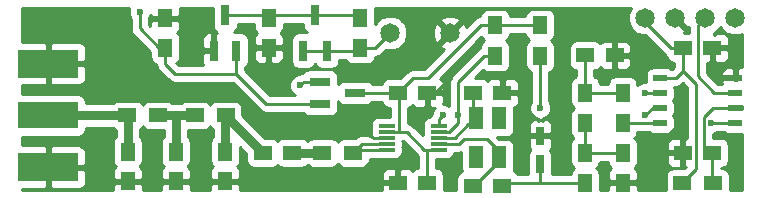
<source format=gbr>
G04 #@! TF.FileFunction,Copper,L1,Top,Signal*
%FSLAX46Y46*%
G04 Gerber Fmt 4.6, Leading zero omitted, Abs format (unit mm)*
G04 Created by KiCad (PCBNEW 0.201510251816+6278~30~ubuntu14.04.1-product) date Mon 26 Oct 2015 11:17:12 PM CDT*
%MOMM*%
G01*
G04 APERTURE LIST*
%ADD10C,0.100000*%
%ADD11R,1.250000X1.500000*%
%ADD12R,1.500000X1.250000*%
%ADD13R,1.501140X1.198880*%
%ADD14C,1.651000*%
%ADD15R,1.800860X0.800100*%
%ADD16R,1.198880X1.501140*%
%ADD17R,0.800100X1.800860*%
%ADD18R,1.400000X0.300000*%
%ADD19R,1.143000X0.508000*%
%ADD20C,0.711200*%
%ADD21R,0.889000X0.457200*%
%ADD22R,5.080000X2.413000*%
%ADD23R,5.080000X2.286000*%
%ADD24R,1.200000X1.900000*%
%ADD25R,0.700000X1.600000*%
%ADD26C,0.600000*%
%ADD27C,0.250000*%
%ADD28C,0.787400*%
%ADD29C,0.254000*%
G04 APERTURE END LIST*
D10*
D11*
X126873000Y-87610000D03*
X126873000Y-85110000D03*
X123190000Y-98913000D03*
X123190000Y-96413000D03*
D12*
X128885000Y-96520000D03*
X126385000Y-96520000D03*
D11*
X118999000Y-98913000D03*
X118999000Y-96413000D03*
X118110000Y-85110000D03*
X118110000Y-87610000D03*
X114935000Y-98913000D03*
X114935000Y-96413000D03*
D12*
X144165000Y-91440000D03*
X146665000Y-91440000D03*
X146665000Y-99314000D03*
X144165000Y-99314000D03*
D11*
X156845000Y-99040000D03*
X156845000Y-96540000D03*
D12*
X156190000Y-88265000D03*
X153690000Y-88265000D03*
X164445000Y-96520000D03*
X161945000Y-96520000D03*
X140315000Y-91440000D03*
X137815000Y-91440000D03*
X140315000Y-99060000D03*
X137815000Y-99060000D03*
X164445000Y-87630000D03*
X161945000Y-87630000D03*
D13*
X123220480Y-93345000D03*
X120619520Y-93345000D03*
X131414520Y-96520000D03*
X134015480Y-96520000D03*
X117505480Y-93345000D03*
X114904520Y-93345000D03*
D14*
X137160000Y-86360000D03*
X142240000Y-86360000D03*
X158750000Y-85090000D03*
X161290000Y-85090000D03*
X163830000Y-85090000D03*
X166370000Y-85090000D03*
D15*
X131213860Y-90490000D03*
X131213860Y-92390000D03*
X134216140Y-91440000D03*
D16*
X149860000Y-85694520D03*
X149860000Y-88295480D03*
X146050000Y-85694520D03*
X146050000Y-88295480D03*
X153670000Y-99090480D03*
X153670000Y-96489520D03*
X153670000Y-94010480D03*
X153670000Y-91409520D03*
X156845000Y-91409520D03*
X156845000Y-94010480D03*
D13*
X164495480Y-99060000D03*
X161894520Y-99060000D03*
D17*
X122240000Y-87861140D03*
X124140000Y-87861140D03*
X123190000Y-84858860D03*
D18*
X141265000Y-96250000D03*
X141265000Y-95750000D03*
X141265000Y-95250000D03*
X141265000Y-94750000D03*
X141265000Y-94250000D03*
X136865000Y-94250000D03*
X136865000Y-94750000D03*
X136865000Y-95250000D03*
X136865000Y-95750000D03*
X136865000Y-96250000D03*
D19*
X166370000Y-90170000D03*
X166370000Y-91440000D03*
X166370000Y-92710000D03*
X166370000Y-93980000D03*
X160020000Y-93980000D03*
X160020000Y-92710000D03*
X160020000Y-91440000D03*
X160020000Y-90170000D03*
D20*
X111633000Y-97726500D03*
D21*
X111188500Y-97726500D03*
D22*
X108204000Y-97726500D03*
D23*
X108204000Y-93345000D03*
D22*
X108204000Y-88963500D03*
D21*
X111188500Y-88963500D03*
D20*
X111633000Y-88963500D03*
D17*
X129810000Y-87861140D03*
X131810000Y-87861140D03*
X130810000Y-84858860D03*
D24*
X144415000Y-96900000D03*
X146415000Y-93600000D03*
X146415000Y-96900000D03*
X144415000Y-93600000D03*
D11*
X134620000Y-85110000D03*
X134620000Y-87610000D03*
D25*
X149860000Y-97466000D03*
X149860000Y-95066000D03*
D26*
X151638000Y-95504000D03*
X151638000Y-91313000D03*
X125984000Y-87630000D03*
X121031000Y-87884000D03*
X119761000Y-85471000D03*
X142367000Y-97790000D03*
X148590000Y-91440000D03*
X148209000Y-96393000D03*
X134366000Y-94996000D03*
X134366000Y-92964000D03*
X160274000Y-96520000D03*
X166370000Y-97917000D03*
X161671000Y-92837000D03*
X164465000Y-89535000D03*
X142240000Y-90170000D03*
X158115000Y-88265000D03*
X116967000Y-99060000D03*
X120904000Y-99060000D03*
X135890000Y-99060000D03*
X158369000Y-99060000D03*
X115951000Y-84582000D03*
X166878000Y-92710000D03*
X129540000Y-90805000D03*
X149860000Y-92710000D03*
X158750000Y-91440000D03*
X141605000Y-93345000D03*
X158750000Y-93345000D03*
X142875000Y-93345000D03*
X164338000Y-93980000D03*
D27*
X149860000Y-95566000D02*
X149860000Y-95402400D01*
X149860000Y-95402400D02*
X150164800Y-95097600D01*
X150164800Y-95097600D02*
X151231600Y-95097600D01*
X151231600Y-95097600D02*
X151638000Y-95504000D01*
X151638000Y-95504000D02*
X151638000Y-91313000D01*
X151576000Y-95566000D02*
X151638000Y-95504000D01*
X126873000Y-87610000D02*
X126004000Y-87610000D01*
X126004000Y-87610000D02*
X125984000Y-87630000D01*
X122240000Y-87861140D02*
X121053860Y-87861140D01*
X121053860Y-87861140D02*
X121031000Y-87884000D01*
X118110000Y-85110000D02*
X119400000Y-85110000D01*
X119400000Y-85110000D02*
X119761000Y-85471000D01*
X148590000Y-91440000D02*
X148590000Y-92075000D01*
X146665000Y-91440000D02*
X148590000Y-91440000D01*
X147701000Y-95885000D02*
X148209000Y-96393000D01*
X147701000Y-92964000D02*
X147701000Y-95885000D01*
X148590000Y-92075000D02*
X147701000Y-92964000D01*
X134366000Y-92964000D02*
X134366000Y-94996000D01*
X135763000Y-95250000D02*
X135255000Y-94996000D01*
X135255000Y-94996000D02*
X134366000Y-94996000D01*
X135763000Y-95250000D02*
X136865000Y-95250000D01*
X161945000Y-96520000D02*
X160274000Y-96520000D01*
X161945000Y-96520000D02*
X161945000Y-93111000D01*
X161945000Y-93111000D02*
X161671000Y-92837000D01*
X164445000Y-87630000D02*
X164445000Y-89515000D01*
X164445000Y-89515000D02*
X164465000Y-89535000D01*
X140315000Y-91440000D02*
X140970000Y-91440000D01*
X140970000Y-91440000D02*
X142240000Y-90170000D01*
X156190000Y-88265000D02*
X158115000Y-88265000D01*
X114935000Y-99040000D02*
X116947000Y-99040000D01*
X116947000Y-99040000D02*
X116967000Y-99060000D01*
X118999000Y-99040000D02*
X120884000Y-99040000D01*
X120884000Y-99040000D02*
X120904000Y-99060000D01*
X137815000Y-99060000D02*
X135890000Y-99060000D01*
X156845000Y-99040000D02*
X158349000Y-99040000D01*
X158349000Y-99040000D02*
X158369000Y-99060000D01*
X129810000Y-87861140D02*
X131810000Y-87861140D01*
X131810000Y-87861140D02*
X134368860Y-87861140D01*
X134368860Y-87861140D02*
X134620000Y-87610000D01*
X134620000Y-87610000D02*
X135910000Y-87610000D01*
X135910000Y-87610000D02*
X137160000Y-86360000D01*
D28*
X123190000Y-96540000D02*
X123190000Y-93375480D01*
X123190000Y-93375480D02*
X123220480Y-93345000D01*
X123220480Y-93345000D02*
X123220480Y-93355480D01*
X123220480Y-93355480D02*
X126385000Y-96520000D01*
X126365000Y-96540000D02*
X126385000Y-96520000D01*
X123220480Y-96509520D02*
X123190000Y-96540000D01*
X128885000Y-96520000D02*
X131414520Y-96520000D01*
X118999000Y-96540000D02*
X118999000Y-93345000D01*
X118999000Y-93345000D02*
X118745000Y-93345000D01*
X120619520Y-93345000D02*
X118745000Y-93345000D01*
X118745000Y-93345000D02*
X117505480Y-93345000D01*
D27*
X115951000Y-84582000D02*
X115951000Y-85979000D01*
X115951000Y-85979000D02*
X117582000Y-87610000D01*
X117582000Y-87610000D02*
X118110000Y-87610000D01*
X124140000Y-89850000D02*
X118933000Y-89850000D01*
X118110000Y-89027000D02*
X118110000Y-87610000D01*
X118933000Y-89850000D02*
X118110000Y-89027000D01*
X126768860Y-92390000D02*
X126680000Y-92390000D01*
X131213860Y-92390000D02*
X126768860Y-92390000D01*
X124140000Y-89850000D02*
X124140000Y-87861140D01*
X126680000Y-92390000D02*
X124140000Y-89850000D01*
X160020000Y-90170000D02*
X161330000Y-90170000D01*
X161330000Y-90170000D02*
X161945000Y-89555000D01*
X161945000Y-87630000D02*
X161945000Y-89555000D01*
X163068000Y-90678000D02*
X162306000Y-89916000D01*
X163068000Y-92456000D02*
X163068000Y-97886520D01*
X163068000Y-97886520D02*
X161894520Y-99060000D01*
X163068000Y-92456000D02*
X163068000Y-90678000D01*
X161945000Y-89555000D02*
X162306000Y-89916000D01*
X162306000Y-87991000D02*
X161945000Y-87630000D01*
X158750000Y-85090000D02*
X158750000Y-85471000D01*
X158750000Y-85471000D02*
X160909000Y-87630000D01*
X160909000Y-87630000D02*
X161945000Y-87630000D01*
X161894520Y-99060000D02*
X161925000Y-99060000D01*
X161945000Y-87630000D02*
X161798000Y-87630000D01*
D28*
X114935000Y-96540000D02*
X114935000Y-93375480D01*
X114935000Y-93375480D02*
X114904520Y-93345000D01*
X108204000Y-93345000D02*
X114904520Y-93345000D01*
D27*
X149860000Y-96966000D02*
X149860000Y-99060000D01*
X146665000Y-99060000D02*
X149860000Y-99060000D01*
X149860000Y-99060000D02*
X153639520Y-99060000D01*
X153639520Y-99060000D02*
X153670000Y-99090480D01*
X146340000Y-96400000D02*
X146340000Y-97246000D01*
X146340000Y-97246000D02*
X144526000Y-99060000D01*
X144526000Y-99060000D02*
X144165000Y-99060000D01*
X141265000Y-95750000D02*
X143010000Y-95750000D01*
X143010000Y-95750000D02*
X143383000Y-95377000D01*
X143383000Y-95377000D02*
X145317000Y-95377000D01*
X145317000Y-95377000D02*
X146340000Y-96400000D01*
X146340000Y-96400000D02*
X146340000Y-96885000D01*
X156845000Y-96540000D02*
X153720480Y-96540000D01*
X153720480Y-96540000D02*
X153670000Y-96489520D01*
X153670000Y-94010480D02*
X153670000Y-96489520D01*
X156845000Y-91409520D02*
X153670000Y-91409520D01*
X153690000Y-88265000D02*
X153690000Y-91389520D01*
X153690000Y-91389520D02*
X153670000Y-91409520D01*
X166878000Y-92710000D02*
X166370000Y-92710000D01*
X164465000Y-92710000D02*
X166878000Y-92710000D01*
X163703000Y-93472000D02*
X164465000Y-92710000D01*
X163703000Y-95885000D02*
X163703000Y-93472000D01*
X164338000Y-96520000D02*
X163703000Y-95885000D01*
X164445000Y-96520000D02*
X164338000Y-96520000D01*
X164445000Y-96520000D02*
X164280002Y-96520000D01*
X164445000Y-96520000D02*
X164445000Y-99009520D01*
X164445000Y-99009520D02*
X164495480Y-99060000D01*
X146050000Y-85694520D02*
X144810480Y-85694520D01*
X139085000Y-90170000D02*
X137815000Y-91440000D01*
X140335000Y-90170000D02*
X139085000Y-90170000D01*
X144810480Y-85694520D02*
X140335000Y-90170000D01*
X147924520Y-85694520D02*
X149860000Y-85694520D01*
X147924520Y-85694520D02*
X146050000Y-85694520D01*
X134216140Y-91440000D02*
X137815000Y-91440000D01*
X137815000Y-91440000D02*
X137815000Y-91714000D01*
X137815000Y-91714000D02*
X137922000Y-91821000D01*
X137922000Y-91821000D02*
X137922000Y-94750000D01*
X140315000Y-99060000D02*
X140315000Y-96250000D01*
X140335000Y-96266000D02*
X140335000Y-96250000D01*
X140331000Y-96266000D02*
X140335000Y-96266000D01*
X140315000Y-96250000D02*
X140331000Y-96266000D01*
X141265000Y-96250000D02*
X140335000Y-96250000D01*
X140335000Y-96250000D02*
X140065000Y-96250000D01*
X138565000Y-94750000D02*
X137922000Y-94750000D01*
X137922000Y-94750000D02*
X136865000Y-94750000D01*
X140065000Y-96250000D02*
X138565000Y-94750000D01*
X136865000Y-96250000D02*
X134285480Y-96250000D01*
X134285480Y-96250000D02*
X134015480Y-96520000D01*
X136865000Y-95750000D02*
X134785480Y-95750000D01*
X134785480Y-95750000D02*
X134015480Y-96520000D01*
X163195000Y-86741000D02*
X163195000Y-85725000D01*
X163195000Y-86741000D02*
X163195000Y-90043000D01*
X163195000Y-90043000D02*
X164592000Y-91440000D01*
X166370000Y-91440000D02*
X164592000Y-91440000D01*
X163195000Y-85725000D02*
X163830000Y-85090000D01*
X129855000Y-90490000D02*
X131213860Y-90490000D01*
X129540000Y-90805000D02*
X129855000Y-90490000D01*
X149860000Y-88295480D02*
X149860000Y-92710000D01*
X141265000Y-94250000D02*
X141265000Y-93685000D01*
X158750000Y-91440000D02*
X160020000Y-91440000D01*
X141265000Y-93685000D02*
X141605000Y-93345000D01*
X142875000Y-93345000D02*
X142875000Y-90551000D01*
X145130520Y-88295480D02*
X146050000Y-88295480D01*
X142875000Y-90551000D02*
X145130520Y-88295480D01*
X141265000Y-94750000D02*
X142105000Y-94750000D01*
X159385000Y-92710000D02*
X160020000Y-92710000D01*
X158750000Y-93345000D02*
X159385000Y-92710000D01*
X142875000Y-93980000D02*
X142875000Y-93345000D01*
X142105000Y-94750000D02*
X142875000Y-93980000D01*
X156845000Y-94010480D02*
X159989520Y-94010480D01*
X159989520Y-94010480D02*
X160020000Y-93980000D01*
X166370000Y-93980000D02*
X164338000Y-93980000D01*
X144165000Y-91440000D02*
X144165000Y-93775000D01*
X144165000Y-93775000D02*
X144490000Y-94100000D01*
X141265000Y-95250000D02*
X142621000Y-95250000D01*
X143771000Y-94100000D02*
X144490000Y-94100000D01*
X142621000Y-95250000D02*
X143771000Y-94100000D01*
X130810000Y-84858860D02*
X134368860Y-84858860D01*
X134368860Y-84858860D02*
X134620000Y-85110000D01*
X130810000Y-84858860D02*
X127124140Y-84858860D01*
X127124140Y-84858860D02*
X126873000Y-85110000D01*
X123190000Y-84858860D02*
X126621860Y-84858860D01*
X126621860Y-84858860D02*
X126873000Y-85110000D01*
X126621860Y-84858860D02*
X126873000Y-85110000D01*
D29*
G36*
X162308000Y-90992802D02*
X162308000Y-95260000D01*
X162230750Y-95260000D01*
X162072000Y-95418750D01*
X162072000Y-96393000D01*
X162092000Y-96393000D01*
X162092000Y-96647000D01*
X162072000Y-96647000D01*
X162072000Y-97621250D01*
X162165234Y-97714484D01*
X162066598Y-97813120D01*
X161143950Y-97813120D01*
X160908633Y-97857398D01*
X160692509Y-97996470D01*
X160547519Y-98208670D01*
X160496510Y-98460560D01*
X160496510Y-99645000D01*
X158105000Y-99645000D01*
X158105000Y-99325750D01*
X157946250Y-99167000D01*
X156972000Y-99167000D01*
X156972000Y-99187000D01*
X156718000Y-99187000D01*
X156718000Y-99167000D01*
X155743750Y-99167000D01*
X155585000Y-99325750D01*
X155585000Y-99645000D01*
X154916880Y-99645000D01*
X154916880Y-98339910D01*
X154872602Y-98104593D01*
X154733530Y-97888469D01*
X154588493Y-97789369D01*
X154720881Y-97704180D01*
X154865871Y-97491980D01*
X154904748Y-97300000D01*
X155574442Y-97300000D01*
X155616838Y-97525317D01*
X155755910Y-97741441D01*
X155824006Y-97787969D01*
X155681673Y-97930302D01*
X155585000Y-98163691D01*
X155585000Y-98754250D01*
X155743750Y-98913000D01*
X156718000Y-98913000D01*
X156718000Y-98893000D01*
X156972000Y-98893000D01*
X156972000Y-98913000D01*
X157946250Y-98913000D01*
X158105000Y-98754250D01*
X158105000Y-98163691D01*
X158008327Y-97930302D01*
X157867090Y-97789064D01*
X157921441Y-97754090D01*
X158066431Y-97541890D01*
X158117440Y-97290000D01*
X158117440Y-96805750D01*
X160560000Y-96805750D01*
X160560000Y-97271310D01*
X160656673Y-97504699D01*
X160835302Y-97683327D01*
X161068691Y-97780000D01*
X161659250Y-97780000D01*
X161818000Y-97621250D01*
X161818000Y-96647000D01*
X160718750Y-96647000D01*
X160560000Y-96805750D01*
X158117440Y-96805750D01*
X158117440Y-95790000D01*
X158113431Y-95768690D01*
X160560000Y-95768690D01*
X160560000Y-96234250D01*
X160718750Y-96393000D01*
X161818000Y-96393000D01*
X161818000Y-95418750D01*
X161659250Y-95260000D01*
X161068691Y-95260000D01*
X160835302Y-95356673D01*
X160656673Y-95535301D01*
X160560000Y-95768690D01*
X158113431Y-95768690D01*
X158073162Y-95554683D01*
X157934090Y-95338559D01*
X157830072Y-95267487D01*
X157895881Y-95225140D01*
X158040871Y-95012940D01*
X158089970Y-94770480D01*
X159108869Y-94770480D01*
X159196610Y-94830431D01*
X159448500Y-94881440D01*
X160591500Y-94881440D01*
X160826817Y-94837162D01*
X161042941Y-94698090D01*
X161187931Y-94485890D01*
X161238940Y-94234000D01*
X161238940Y-93726000D01*
X161194662Y-93490683D01*
X161100334Y-93344093D01*
X161187931Y-93215890D01*
X161238940Y-92964000D01*
X161238940Y-92456000D01*
X161194662Y-92220683D01*
X161100334Y-92074093D01*
X161187931Y-91945890D01*
X161238940Y-91694000D01*
X161238940Y-91186000D01*
X161194662Y-90950683D01*
X161181353Y-90930000D01*
X161330000Y-90930000D01*
X161620839Y-90872148D01*
X161867401Y-90707401D01*
X161945000Y-90629802D01*
X162308000Y-90992802D01*
X162308000Y-90992802D01*
G37*
X162308000Y-90992802D02*
X162308000Y-95260000D01*
X162230750Y-95260000D01*
X162072000Y-95418750D01*
X162072000Y-96393000D01*
X162092000Y-96393000D01*
X162092000Y-96647000D01*
X162072000Y-96647000D01*
X162072000Y-97621250D01*
X162165234Y-97714484D01*
X162066598Y-97813120D01*
X161143950Y-97813120D01*
X160908633Y-97857398D01*
X160692509Y-97996470D01*
X160547519Y-98208670D01*
X160496510Y-98460560D01*
X160496510Y-99645000D01*
X158105000Y-99645000D01*
X158105000Y-99325750D01*
X157946250Y-99167000D01*
X156972000Y-99167000D01*
X156972000Y-99187000D01*
X156718000Y-99187000D01*
X156718000Y-99167000D01*
X155743750Y-99167000D01*
X155585000Y-99325750D01*
X155585000Y-99645000D01*
X154916880Y-99645000D01*
X154916880Y-98339910D01*
X154872602Y-98104593D01*
X154733530Y-97888469D01*
X154588493Y-97789369D01*
X154720881Y-97704180D01*
X154865871Y-97491980D01*
X154904748Y-97300000D01*
X155574442Y-97300000D01*
X155616838Y-97525317D01*
X155755910Y-97741441D01*
X155824006Y-97787969D01*
X155681673Y-97930302D01*
X155585000Y-98163691D01*
X155585000Y-98754250D01*
X155743750Y-98913000D01*
X156718000Y-98913000D01*
X156718000Y-98893000D01*
X156972000Y-98893000D01*
X156972000Y-98913000D01*
X157946250Y-98913000D01*
X158105000Y-98754250D01*
X158105000Y-98163691D01*
X158008327Y-97930302D01*
X157867090Y-97789064D01*
X157921441Y-97754090D01*
X158066431Y-97541890D01*
X158117440Y-97290000D01*
X158117440Y-96805750D01*
X160560000Y-96805750D01*
X160560000Y-97271310D01*
X160656673Y-97504699D01*
X160835302Y-97683327D01*
X161068691Y-97780000D01*
X161659250Y-97780000D01*
X161818000Y-97621250D01*
X161818000Y-96647000D01*
X160718750Y-96647000D01*
X160560000Y-96805750D01*
X158117440Y-96805750D01*
X158117440Y-95790000D01*
X158113431Y-95768690D01*
X160560000Y-95768690D01*
X160560000Y-96234250D01*
X160718750Y-96393000D01*
X161818000Y-96393000D01*
X161818000Y-95418750D01*
X161659250Y-95260000D01*
X161068691Y-95260000D01*
X160835302Y-95356673D01*
X160656673Y-95535301D01*
X160560000Y-95768690D01*
X158113431Y-95768690D01*
X158073162Y-95554683D01*
X157934090Y-95338559D01*
X157830072Y-95267487D01*
X157895881Y-95225140D01*
X158040871Y-95012940D01*
X158089970Y-94770480D01*
X159108869Y-94770480D01*
X159196610Y-94830431D01*
X159448500Y-94881440D01*
X160591500Y-94881440D01*
X160826817Y-94837162D01*
X161042941Y-94698090D01*
X161187931Y-94485890D01*
X161238940Y-94234000D01*
X161238940Y-93726000D01*
X161194662Y-93490683D01*
X161100334Y-93344093D01*
X161187931Y-93215890D01*
X161238940Y-92964000D01*
X161238940Y-92456000D01*
X161194662Y-92220683D01*
X161100334Y-92074093D01*
X161187931Y-91945890D01*
X161238940Y-91694000D01*
X161238940Y-91186000D01*
X161194662Y-90950683D01*
X161181353Y-90930000D01*
X161330000Y-90930000D01*
X161620839Y-90872148D01*
X161867401Y-90707401D01*
X161945000Y-90629802D01*
X162308000Y-90992802D01*
G36*
X143167560Y-97850000D02*
X143210833Y-98079977D01*
X143179683Y-98085838D01*
X142963559Y-98224910D01*
X142818569Y-98437110D01*
X142767560Y-98689000D01*
X142767560Y-99645000D01*
X141712440Y-99645000D01*
X141712440Y-98435000D01*
X141668162Y-98199683D01*
X141529090Y-97983559D01*
X141316890Y-97838569D01*
X141075000Y-97789585D01*
X141075000Y-97047440D01*
X141965000Y-97047440D01*
X142200317Y-97003162D01*
X142416441Y-96864090D01*
X142561431Y-96651890D01*
X142590164Y-96510000D01*
X143010000Y-96510000D01*
X143167560Y-96478659D01*
X143167560Y-97850000D01*
X143167560Y-97850000D01*
G37*
X143167560Y-97850000D02*
X143210833Y-98079977D01*
X143179683Y-98085838D01*
X142963559Y-98224910D01*
X142818569Y-98437110D01*
X142767560Y-98689000D01*
X142767560Y-99645000D01*
X141712440Y-99645000D01*
X141712440Y-98435000D01*
X141668162Y-98199683D01*
X141529090Y-97983559D01*
X141316890Y-97838569D01*
X141075000Y-97789585D01*
X141075000Y-97047440D01*
X141965000Y-97047440D01*
X142200317Y-97003162D01*
X142416441Y-96864090D01*
X142561431Y-96651890D01*
X142590164Y-96510000D01*
X143010000Y-96510000D01*
X143167560Y-96478659D01*
X143167560Y-97850000D01*
G36*
X165546610Y-94830431D02*
X165798500Y-94881440D01*
X166941500Y-94881440D01*
X166955000Y-94878900D01*
X166955000Y-99645000D01*
X165893490Y-99645000D01*
X165893490Y-98460560D01*
X165849212Y-98225243D01*
X165710140Y-98009119D01*
X165497940Y-97864129D01*
X165246050Y-97813120D01*
X165205000Y-97813120D01*
X165205000Y-97790558D01*
X165430317Y-97748162D01*
X165646441Y-97609090D01*
X165791431Y-97396890D01*
X165842440Y-97145000D01*
X165842440Y-95895000D01*
X165798162Y-95659683D01*
X165659090Y-95443559D01*
X165446890Y-95298569D01*
X165195000Y-95247560D01*
X164463000Y-95247560D01*
X164463000Y-94915110D01*
X164523167Y-94915162D01*
X164866943Y-94773117D01*
X164900118Y-94740000D01*
X165414260Y-94740000D01*
X165546610Y-94830431D01*
X165546610Y-94830431D01*
G37*
X165546610Y-94830431D02*
X165798500Y-94881440D01*
X166941500Y-94881440D01*
X166955000Y-94878900D01*
X166955000Y-99645000D01*
X165893490Y-99645000D01*
X165893490Y-98460560D01*
X165849212Y-98225243D01*
X165710140Y-98009119D01*
X165497940Y-97864129D01*
X165246050Y-97813120D01*
X165205000Y-97813120D01*
X165205000Y-97790558D01*
X165430317Y-97748162D01*
X165646441Y-97609090D01*
X165791431Y-97396890D01*
X165842440Y-97145000D01*
X165842440Y-95895000D01*
X165798162Y-95659683D01*
X165659090Y-95443559D01*
X165446890Y-95298569D01*
X165195000Y-95247560D01*
X164463000Y-95247560D01*
X164463000Y-94915110D01*
X164523167Y-94915162D01*
X164866943Y-94773117D01*
X164900118Y-94740000D01*
X165414260Y-94740000D01*
X165546610Y-94830431D01*
G36*
X122005820Y-94395881D02*
X122161300Y-94502116D01*
X122161300Y-95168190D01*
X122113559Y-95198910D01*
X121968569Y-95411110D01*
X121917560Y-95663000D01*
X121917560Y-97163000D01*
X121961838Y-97398317D01*
X122100910Y-97614441D01*
X122169006Y-97660969D01*
X122026673Y-97803302D01*
X121930000Y-98036691D01*
X121930000Y-98627250D01*
X122088750Y-98786000D01*
X123063000Y-98786000D01*
X123063000Y-98766000D01*
X123317000Y-98766000D01*
X123317000Y-98786000D01*
X124291250Y-98786000D01*
X124450000Y-98627250D01*
X124450000Y-98308690D01*
X136430000Y-98308690D01*
X136430000Y-98774250D01*
X136588750Y-98933000D01*
X137688000Y-98933000D01*
X137688000Y-97958750D01*
X137529250Y-97800000D01*
X136938691Y-97800000D01*
X136705302Y-97896673D01*
X136526673Y-98075301D01*
X136430000Y-98308690D01*
X124450000Y-98308690D01*
X124450000Y-98036691D01*
X124353327Y-97803302D01*
X124212090Y-97662064D01*
X124266441Y-97627090D01*
X124411431Y-97414890D01*
X124462440Y-97163000D01*
X124462440Y-96052242D01*
X124987560Y-96577362D01*
X124987560Y-97145000D01*
X125031838Y-97380317D01*
X125170910Y-97596441D01*
X125383110Y-97741431D01*
X125635000Y-97792440D01*
X127135000Y-97792440D01*
X127370317Y-97748162D01*
X127586441Y-97609090D01*
X127634134Y-97539289D01*
X127670910Y-97596441D01*
X127883110Y-97741431D01*
X128135000Y-97792440D01*
X129635000Y-97792440D01*
X129870317Y-97748162D01*
X130086441Y-97609090D01*
X130127704Y-97548700D01*
X130185587Y-97548700D01*
X130199860Y-97570881D01*
X130412060Y-97715871D01*
X130663950Y-97766880D01*
X132165090Y-97766880D01*
X132400407Y-97722602D01*
X132616531Y-97583530D01*
X132715631Y-97438493D01*
X132800820Y-97570881D01*
X133013020Y-97715871D01*
X133264910Y-97766880D01*
X134766050Y-97766880D01*
X135001367Y-97722602D01*
X135217491Y-97583530D01*
X135362481Y-97371330D01*
X135413490Y-97119440D01*
X135413490Y-97010000D01*
X135980116Y-97010000D01*
X136165000Y-97047440D01*
X137565000Y-97047440D01*
X137800317Y-97003162D01*
X138016441Y-96864090D01*
X138161431Y-96651890D01*
X138212440Y-96400000D01*
X138212440Y-96100000D01*
X138192933Y-95996329D01*
X138212440Y-95900000D01*
X138212440Y-95600000D01*
X138199020Y-95528677D01*
X138200000Y-95526310D01*
X138200000Y-95510000D01*
X138250198Y-95510000D01*
X139527599Y-96787401D01*
X139555000Y-96805710D01*
X139555000Y-97789442D01*
X139329683Y-97831838D01*
X139113559Y-97970910D01*
X139067031Y-98039006D01*
X138924698Y-97896673D01*
X138691309Y-97800000D01*
X138100750Y-97800000D01*
X137942000Y-97958750D01*
X137942000Y-98933000D01*
X137962000Y-98933000D01*
X137962000Y-99187000D01*
X137942000Y-99187000D01*
X137942000Y-99207000D01*
X137688000Y-99207000D01*
X137688000Y-99187000D01*
X136588750Y-99187000D01*
X136430000Y-99345750D01*
X136430000Y-99645000D01*
X124450000Y-99645000D01*
X124450000Y-99198750D01*
X124291250Y-99040000D01*
X123317000Y-99040000D01*
X123317000Y-99060000D01*
X123063000Y-99060000D01*
X123063000Y-99040000D01*
X122088750Y-99040000D01*
X121930000Y-99198750D01*
X121930000Y-99645000D01*
X120259000Y-99645000D01*
X120259000Y-99198750D01*
X120100250Y-99040000D01*
X119126000Y-99040000D01*
X119126000Y-99060000D01*
X118872000Y-99060000D01*
X118872000Y-99040000D01*
X117897750Y-99040000D01*
X117739000Y-99198750D01*
X117739000Y-99645000D01*
X116195000Y-99645000D01*
X116195000Y-99198750D01*
X116036250Y-99040000D01*
X115062000Y-99040000D01*
X115062000Y-99060000D01*
X114808000Y-99060000D01*
X114808000Y-99040000D01*
X113833750Y-99040000D01*
X113675000Y-99198750D01*
X113675000Y-99645000D01*
X105968000Y-99645000D01*
X105968000Y-99568000D01*
X107918250Y-99568000D01*
X108077000Y-99409250D01*
X108077000Y-97853500D01*
X108331000Y-97853500D01*
X108331000Y-99409250D01*
X108489750Y-99568000D01*
X110870310Y-99568000D01*
X111103699Y-99471327D01*
X111282327Y-99292698D01*
X111379000Y-99059309D01*
X111379000Y-98012250D01*
X111220250Y-97853500D01*
X108331000Y-97853500D01*
X108077000Y-97853500D01*
X108057000Y-97853500D01*
X108057000Y-97599500D01*
X108077000Y-97599500D01*
X108077000Y-96043750D01*
X108331000Y-96043750D01*
X108331000Y-97599500D01*
X111220250Y-97599500D01*
X111379000Y-97440750D01*
X111379000Y-96393691D01*
X111282327Y-96160302D01*
X111103699Y-95981673D01*
X110870310Y-95885000D01*
X108489750Y-95885000D01*
X108331000Y-96043750D01*
X108077000Y-96043750D01*
X107918250Y-95885000D01*
X105968000Y-95885000D01*
X105968000Y-95135440D01*
X110744000Y-95135440D01*
X110979317Y-95091162D01*
X111195441Y-94952090D01*
X111340431Y-94739890D01*
X111391440Y-94488000D01*
X111391440Y-94373700D01*
X113675587Y-94373700D01*
X113689860Y-94395881D01*
X113902060Y-94540871D01*
X113906300Y-94541730D01*
X113906300Y-95168190D01*
X113858559Y-95198910D01*
X113713569Y-95411110D01*
X113662560Y-95663000D01*
X113662560Y-97163000D01*
X113706838Y-97398317D01*
X113845910Y-97614441D01*
X113914006Y-97660969D01*
X113771673Y-97803302D01*
X113675000Y-98036691D01*
X113675000Y-98627250D01*
X113833750Y-98786000D01*
X114808000Y-98786000D01*
X114808000Y-98766000D01*
X115062000Y-98766000D01*
X115062000Y-98786000D01*
X116036250Y-98786000D01*
X116195000Y-98627250D01*
X116195000Y-98036691D01*
X116098327Y-97803302D01*
X115957090Y-97662064D01*
X116011441Y-97627090D01*
X116156431Y-97414890D01*
X116207440Y-97163000D01*
X116207440Y-95663000D01*
X116163162Y-95427683D01*
X116024090Y-95211559D01*
X115963700Y-95170296D01*
X115963700Y-94500439D01*
X116106531Y-94408530D01*
X116205631Y-94263493D01*
X116290820Y-94395881D01*
X116503020Y-94540871D01*
X116754910Y-94591880D01*
X117970300Y-94591880D01*
X117970300Y-95168190D01*
X117922559Y-95198910D01*
X117777569Y-95411110D01*
X117726560Y-95663000D01*
X117726560Y-97163000D01*
X117770838Y-97398317D01*
X117909910Y-97614441D01*
X117978006Y-97660969D01*
X117835673Y-97803302D01*
X117739000Y-98036691D01*
X117739000Y-98627250D01*
X117897750Y-98786000D01*
X118872000Y-98786000D01*
X118872000Y-98766000D01*
X119126000Y-98766000D01*
X119126000Y-98786000D01*
X120100250Y-98786000D01*
X120259000Y-98627250D01*
X120259000Y-98036691D01*
X120162327Y-97803302D01*
X120021090Y-97662064D01*
X120075441Y-97627090D01*
X120220431Y-97414890D01*
X120271440Y-97163000D01*
X120271440Y-95663000D01*
X120227162Y-95427683D01*
X120088090Y-95211559D01*
X120027700Y-95170296D01*
X120027700Y-94591880D01*
X121370090Y-94591880D01*
X121605407Y-94547602D01*
X121821531Y-94408530D01*
X121920631Y-94263493D01*
X122005820Y-94395881D01*
X122005820Y-94395881D01*
G37*
X122005820Y-94395881D02*
X122161300Y-94502116D01*
X122161300Y-95168190D01*
X122113559Y-95198910D01*
X121968569Y-95411110D01*
X121917560Y-95663000D01*
X121917560Y-97163000D01*
X121961838Y-97398317D01*
X122100910Y-97614441D01*
X122169006Y-97660969D01*
X122026673Y-97803302D01*
X121930000Y-98036691D01*
X121930000Y-98627250D01*
X122088750Y-98786000D01*
X123063000Y-98786000D01*
X123063000Y-98766000D01*
X123317000Y-98766000D01*
X123317000Y-98786000D01*
X124291250Y-98786000D01*
X124450000Y-98627250D01*
X124450000Y-98308690D01*
X136430000Y-98308690D01*
X136430000Y-98774250D01*
X136588750Y-98933000D01*
X137688000Y-98933000D01*
X137688000Y-97958750D01*
X137529250Y-97800000D01*
X136938691Y-97800000D01*
X136705302Y-97896673D01*
X136526673Y-98075301D01*
X136430000Y-98308690D01*
X124450000Y-98308690D01*
X124450000Y-98036691D01*
X124353327Y-97803302D01*
X124212090Y-97662064D01*
X124266441Y-97627090D01*
X124411431Y-97414890D01*
X124462440Y-97163000D01*
X124462440Y-96052242D01*
X124987560Y-96577362D01*
X124987560Y-97145000D01*
X125031838Y-97380317D01*
X125170910Y-97596441D01*
X125383110Y-97741431D01*
X125635000Y-97792440D01*
X127135000Y-97792440D01*
X127370317Y-97748162D01*
X127586441Y-97609090D01*
X127634134Y-97539289D01*
X127670910Y-97596441D01*
X127883110Y-97741431D01*
X128135000Y-97792440D01*
X129635000Y-97792440D01*
X129870317Y-97748162D01*
X130086441Y-97609090D01*
X130127704Y-97548700D01*
X130185587Y-97548700D01*
X130199860Y-97570881D01*
X130412060Y-97715871D01*
X130663950Y-97766880D01*
X132165090Y-97766880D01*
X132400407Y-97722602D01*
X132616531Y-97583530D01*
X132715631Y-97438493D01*
X132800820Y-97570881D01*
X133013020Y-97715871D01*
X133264910Y-97766880D01*
X134766050Y-97766880D01*
X135001367Y-97722602D01*
X135217491Y-97583530D01*
X135362481Y-97371330D01*
X135413490Y-97119440D01*
X135413490Y-97010000D01*
X135980116Y-97010000D01*
X136165000Y-97047440D01*
X137565000Y-97047440D01*
X137800317Y-97003162D01*
X138016441Y-96864090D01*
X138161431Y-96651890D01*
X138212440Y-96400000D01*
X138212440Y-96100000D01*
X138192933Y-95996329D01*
X138212440Y-95900000D01*
X138212440Y-95600000D01*
X138199020Y-95528677D01*
X138200000Y-95526310D01*
X138200000Y-95510000D01*
X138250198Y-95510000D01*
X139527599Y-96787401D01*
X139555000Y-96805710D01*
X139555000Y-97789442D01*
X139329683Y-97831838D01*
X139113559Y-97970910D01*
X139067031Y-98039006D01*
X138924698Y-97896673D01*
X138691309Y-97800000D01*
X138100750Y-97800000D01*
X137942000Y-97958750D01*
X137942000Y-98933000D01*
X137962000Y-98933000D01*
X137962000Y-99187000D01*
X137942000Y-99187000D01*
X137942000Y-99207000D01*
X137688000Y-99207000D01*
X137688000Y-99187000D01*
X136588750Y-99187000D01*
X136430000Y-99345750D01*
X136430000Y-99645000D01*
X124450000Y-99645000D01*
X124450000Y-99198750D01*
X124291250Y-99040000D01*
X123317000Y-99040000D01*
X123317000Y-99060000D01*
X123063000Y-99060000D01*
X123063000Y-99040000D01*
X122088750Y-99040000D01*
X121930000Y-99198750D01*
X121930000Y-99645000D01*
X120259000Y-99645000D01*
X120259000Y-99198750D01*
X120100250Y-99040000D01*
X119126000Y-99040000D01*
X119126000Y-99060000D01*
X118872000Y-99060000D01*
X118872000Y-99040000D01*
X117897750Y-99040000D01*
X117739000Y-99198750D01*
X117739000Y-99645000D01*
X116195000Y-99645000D01*
X116195000Y-99198750D01*
X116036250Y-99040000D01*
X115062000Y-99040000D01*
X115062000Y-99060000D01*
X114808000Y-99060000D01*
X114808000Y-99040000D01*
X113833750Y-99040000D01*
X113675000Y-99198750D01*
X113675000Y-99645000D01*
X105968000Y-99645000D01*
X105968000Y-99568000D01*
X107918250Y-99568000D01*
X108077000Y-99409250D01*
X108077000Y-97853500D01*
X108331000Y-97853500D01*
X108331000Y-99409250D01*
X108489750Y-99568000D01*
X110870310Y-99568000D01*
X111103699Y-99471327D01*
X111282327Y-99292698D01*
X111379000Y-99059309D01*
X111379000Y-98012250D01*
X111220250Y-97853500D01*
X108331000Y-97853500D01*
X108077000Y-97853500D01*
X108057000Y-97853500D01*
X108057000Y-97599500D01*
X108077000Y-97599500D01*
X108077000Y-96043750D01*
X108331000Y-96043750D01*
X108331000Y-97599500D01*
X111220250Y-97599500D01*
X111379000Y-97440750D01*
X111379000Y-96393691D01*
X111282327Y-96160302D01*
X111103699Y-95981673D01*
X110870310Y-95885000D01*
X108489750Y-95885000D01*
X108331000Y-96043750D01*
X108077000Y-96043750D01*
X107918250Y-95885000D01*
X105968000Y-95885000D01*
X105968000Y-95135440D01*
X110744000Y-95135440D01*
X110979317Y-95091162D01*
X111195441Y-94952090D01*
X111340431Y-94739890D01*
X111391440Y-94488000D01*
X111391440Y-94373700D01*
X113675587Y-94373700D01*
X113689860Y-94395881D01*
X113902060Y-94540871D01*
X113906300Y-94541730D01*
X113906300Y-95168190D01*
X113858559Y-95198910D01*
X113713569Y-95411110D01*
X113662560Y-95663000D01*
X113662560Y-97163000D01*
X113706838Y-97398317D01*
X113845910Y-97614441D01*
X113914006Y-97660969D01*
X113771673Y-97803302D01*
X113675000Y-98036691D01*
X113675000Y-98627250D01*
X113833750Y-98786000D01*
X114808000Y-98786000D01*
X114808000Y-98766000D01*
X115062000Y-98766000D01*
X115062000Y-98786000D01*
X116036250Y-98786000D01*
X116195000Y-98627250D01*
X116195000Y-98036691D01*
X116098327Y-97803302D01*
X115957090Y-97662064D01*
X116011441Y-97627090D01*
X116156431Y-97414890D01*
X116207440Y-97163000D01*
X116207440Y-95663000D01*
X116163162Y-95427683D01*
X116024090Y-95211559D01*
X115963700Y-95170296D01*
X115963700Y-94500439D01*
X116106531Y-94408530D01*
X116205631Y-94263493D01*
X116290820Y-94395881D01*
X116503020Y-94540871D01*
X116754910Y-94591880D01*
X117970300Y-94591880D01*
X117970300Y-95168190D01*
X117922559Y-95198910D01*
X117777569Y-95411110D01*
X117726560Y-95663000D01*
X117726560Y-97163000D01*
X117770838Y-97398317D01*
X117909910Y-97614441D01*
X117978006Y-97660969D01*
X117835673Y-97803302D01*
X117739000Y-98036691D01*
X117739000Y-98627250D01*
X117897750Y-98786000D01*
X118872000Y-98786000D01*
X118872000Y-98766000D01*
X119126000Y-98766000D01*
X119126000Y-98786000D01*
X120100250Y-98786000D01*
X120259000Y-98627250D01*
X120259000Y-98036691D01*
X120162327Y-97803302D01*
X120021090Y-97662064D01*
X120075441Y-97627090D01*
X120220431Y-97414890D01*
X120271440Y-97163000D01*
X120271440Y-95663000D01*
X120227162Y-95427683D01*
X120088090Y-95211559D01*
X120027700Y-95170296D01*
X120027700Y-94591880D01*
X121370090Y-94591880D01*
X121605407Y-94547602D01*
X121821531Y-94408530D01*
X121920631Y-94263493D01*
X122005820Y-94395881D01*
G36*
X157512570Y-84261613D02*
X157289754Y-84798214D01*
X157289247Y-85379237D01*
X157511126Y-85916226D01*
X157921613Y-86327430D01*
X158458214Y-86550246D01*
X158754703Y-86550505D01*
X160371599Y-88167401D01*
X160554011Y-88289285D01*
X160591838Y-88490317D01*
X160730910Y-88706441D01*
X160943110Y-88851431D01*
X161185000Y-88900415D01*
X161185000Y-89240198D01*
X161015198Y-89410000D01*
X160975740Y-89410000D01*
X160843390Y-89319569D01*
X160591500Y-89268560D01*
X159448500Y-89268560D01*
X159213183Y-89312838D01*
X158997059Y-89451910D01*
X158852069Y-89664110D01*
X158801060Y-89916000D01*
X158801060Y-90424000D01*
X158816312Y-90505057D01*
X158564833Y-90504838D01*
X158221057Y-90646883D01*
X158091880Y-90775835D01*
X158091880Y-90658950D01*
X158047602Y-90423633D01*
X157908530Y-90207509D01*
X157696330Y-90062519D01*
X157444440Y-90011510D01*
X156245560Y-90011510D01*
X156010243Y-90055788D01*
X155794119Y-90194860D01*
X155649129Y-90407060D01*
X155600030Y-90649520D01*
X154915106Y-90649520D01*
X154872602Y-90423633D01*
X154733530Y-90207509D01*
X154521330Y-90062519D01*
X154450000Y-90048074D01*
X154450000Y-89535558D01*
X154675317Y-89493162D01*
X154891441Y-89354090D01*
X154937969Y-89285994D01*
X155080302Y-89428327D01*
X155313691Y-89525000D01*
X155904250Y-89525000D01*
X156063000Y-89366250D01*
X156063000Y-88392000D01*
X156317000Y-88392000D01*
X156317000Y-89366250D01*
X156475750Y-89525000D01*
X157066309Y-89525000D01*
X157299698Y-89428327D01*
X157478327Y-89249699D01*
X157575000Y-89016310D01*
X157575000Y-88550750D01*
X157416250Y-88392000D01*
X156317000Y-88392000D01*
X156063000Y-88392000D01*
X156043000Y-88392000D01*
X156043000Y-88138000D01*
X156063000Y-88138000D01*
X156063000Y-87163750D01*
X156317000Y-87163750D01*
X156317000Y-88138000D01*
X157416250Y-88138000D01*
X157575000Y-87979250D01*
X157575000Y-87513690D01*
X157478327Y-87280301D01*
X157299698Y-87101673D01*
X157066309Y-87005000D01*
X156475750Y-87005000D01*
X156317000Y-87163750D01*
X156063000Y-87163750D01*
X155904250Y-87005000D01*
X155313691Y-87005000D01*
X155080302Y-87101673D01*
X154939064Y-87242910D01*
X154904090Y-87188559D01*
X154691890Y-87043569D01*
X154440000Y-86992560D01*
X152940000Y-86992560D01*
X152704683Y-87036838D01*
X152488559Y-87175910D01*
X152343569Y-87388110D01*
X152292560Y-87640000D01*
X152292560Y-88890000D01*
X152336838Y-89125317D01*
X152475910Y-89341441D01*
X152688110Y-89486431D01*
X152930000Y-89535415D01*
X152930000Y-90037958D01*
X152835243Y-90055788D01*
X152619119Y-90194860D01*
X152474129Y-90407060D01*
X152423120Y-90658950D01*
X152423120Y-92160090D01*
X152467398Y-92395407D01*
X152606470Y-92611531D01*
X152751507Y-92710631D01*
X152619119Y-92795820D01*
X152474129Y-93008020D01*
X152423120Y-93259910D01*
X152423120Y-94761050D01*
X152467398Y-94996367D01*
X152606470Y-95212491D01*
X152659614Y-95248802D01*
X152619119Y-95274860D01*
X152474129Y-95487060D01*
X152423120Y-95738950D01*
X152423120Y-97240090D01*
X152467398Y-97475407D01*
X152606470Y-97691531D01*
X152751507Y-97790631D01*
X152619119Y-97875820D01*
X152474129Y-98088020D01*
X152431202Y-98300000D01*
X150850555Y-98300000D01*
X150857440Y-98266000D01*
X150857440Y-96666000D01*
X150813162Y-96430683D01*
X150707518Y-96266507D01*
X150748327Y-96225698D01*
X150845000Y-95992309D01*
X150845000Y-95351750D01*
X150686250Y-95193000D01*
X149987000Y-95193000D01*
X149987000Y-95213000D01*
X149733000Y-95213000D01*
X149733000Y-95193000D01*
X149033750Y-95193000D01*
X148875000Y-95351750D01*
X148875000Y-95992309D01*
X148971673Y-96225698D01*
X149013634Y-96267660D01*
X148913569Y-96414110D01*
X148862560Y-96666000D01*
X148862560Y-98266000D01*
X148868958Y-98300000D01*
X147919270Y-98300000D01*
X147879090Y-98237559D01*
X147666890Y-98092569D01*
X147615429Y-98082148D01*
X147662440Y-97850000D01*
X147662440Y-95950000D01*
X147618162Y-95714683D01*
X147479090Y-95498559D01*
X147266890Y-95353569D01*
X147015000Y-95302560D01*
X146317362Y-95302560D01*
X146212242Y-95197440D01*
X147015000Y-95197440D01*
X147250317Y-95153162D01*
X147466441Y-95014090D01*
X147611431Y-94801890D01*
X147662440Y-94550000D01*
X147662440Y-92650000D01*
X147662410Y-92649838D01*
X147774698Y-92603327D01*
X147953327Y-92424699D01*
X148050000Y-92191310D01*
X148050000Y-91725750D01*
X147891250Y-91567000D01*
X146792000Y-91567000D01*
X146792000Y-91587000D01*
X146538000Y-91587000D01*
X146538000Y-91567000D01*
X146518000Y-91567000D01*
X146518000Y-91313000D01*
X146538000Y-91313000D01*
X146538000Y-90338750D01*
X146792000Y-90338750D01*
X146792000Y-91313000D01*
X147891250Y-91313000D01*
X148050000Y-91154250D01*
X148050000Y-90688690D01*
X147953327Y-90455301D01*
X147774698Y-90276673D01*
X147541309Y-90180000D01*
X146950750Y-90180000D01*
X146792000Y-90338750D01*
X146538000Y-90338750D01*
X146379250Y-90180000D01*
X145788691Y-90180000D01*
X145555302Y-90276673D01*
X145414064Y-90417910D01*
X145379090Y-90363559D01*
X145166890Y-90218569D01*
X144915000Y-90167560D01*
X144333242Y-90167560D01*
X144996475Y-89504327D01*
X145198670Y-89642481D01*
X145450560Y-89693490D01*
X146649440Y-89693490D01*
X146884757Y-89649212D01*
X147100881Y-89510140D01*
X147245871Y-89297940D01*
X147296880Y-89046050D01*
X147296880Y-87544910D01*
X147252602Y-87309593D01*
X147113530Y-87093469D01*
X146968493Y-86994369D01*
X147100881Y-86909180D01*
X147245871Y-86696980D01*
X147294970Y-86454520D01*
X148614894Y-86454520D01*
X148657398Y-86680407D01*
X148796470Y-86896531D01*
X148941507Y-86995631D01*
X148809119Y-87080820D01*
X148664129Y-87293020D01*
X148613120Y-87544910D01*
X148613120Y-89046050D01*
X148657398Y-89281367D01*
X148796470Y-89497491D01*
X149008670Y-89642481D01*
X149100000Y-89660976D01*
X149100000Y-92147537D01*
X149067808Y-92179673D01*
X148925162Y-92523201D01*
X148924838Y-92895167D01*
X149066883Y-93238943D01*
X149329673Y-93502192D01*
X149673201Y-93644838D01*
X149732998Y-93644890D01*
X149732998Y-93789748D01*
X149574250Y-93631000D01*
X149383690Y-93631000D01*
X149150301Y-93727673D01*
X148971673Y-93906302D01*
X148875000Y-94139691D01*
X148875000Y-94780250D01*
X149033750Y-94939000D01*
X149733000Y-94939000D01*
X149733000Y-94919000D01*
X149987000Y-94919000D01*
X149987000Y-94939000D01*
X150686250Y-94939000D01*
X150845000Y-94780250D01*
X150845000Y-94139691D01*
X150748327Y-93906302D01*
X150569699Y-93727673D01*
X150336310Y-93631000D01*
X150145750Y-93631000D01*
X149987002Y-93789748D01*
X149987002Y-93645111D01*
X150045167Y-93645162D01*
X150388943Y-93503117D01*
X150652192Y-93240327D01*
X150794838Y-92896799D01*
X150795162Y-92524833D01*
X150653117Y-92181057D01*
X150620000Y-92147882D01*
X150620000Y-89663279D01*
X150694757Y-89649212D01*
X150910881Y-89510140D01*
X151055871Y-89297940D01*
X151106880Y-89046050D01*
X151106880Y-87544910D01*
X151062602Y-87309593D01*
X150923530Y-87093469D01*
X150778493Y-86994369D01*
X150910881Y-86909180D01*
X151055871Y-86696980D01*
X151106880Y-86445090D01*
X151106880Y-84943950D01*
X151062602Y-84708633D01*
X150923530Y-84492509D01*
X150711330Y-84347519D01*
X150459440Y-84296510D01*
X149260560Y-84296510D01*
X149025243Y-84340788D01*
X148809119Y-84479860D01*
X148664129Y-84692060D01*
X148615030Y-84934520D01*
X147295106Y-84934520D01*
X147252602Y-84708633D01*
X147113530Y-84492509D01*
X146901330Y-84347519D01*
X146649440Y-84296510D01*
X145450560Y-84296510D01*
X145215243Y-84340788D01*
X144999119Y-84479860D01*
X144854129Y-84692060D01*
X144804801Y-84935650D01*
X144519641Y-84992372D01*
X144273079Y-85157119D01*
X143610039Y-85820159D01*
X143514976Y-85590656D01*
X143266215Y-85513390D01*
X142419605Y-86360000D01*
X142433748Y-86374143D01*
X142254143Y-86553748D01*
X142240000Y-86539605D01*
X141393390Y-87386215D01*
X141470656Y-87634976D01*
X141709104Y-87721094D01*
X140020198Y-89410000D01*
X139085000Y-89410000D01*
X138794160Y-89467852D01*
X138547599Y-89632599D01*
X138012638Y-90167560D01*
X137065000Y-90167560D01*
X136829683Y-90211838D01*
X136613559Y-90350910D01*
X136468569Y-90563110D01*
X136444898Y-90680000D01*
X135639533Y-90680000D01*
X135580660Y-90588509D01*
X135368460Y-90443519D01*
X135116570Y-90392510D01*
X133315710Y-90392510D01*
X133080393Y-90436788D01*
X132864269Y-90575860D01*
X132761730Y-90725931D01*
X132761730Y-90089950D01*
X132717452Y-89854633D01*
X132578380Y-89638509D01*
X132366180Y-89493519D01*
X132114290Y-89442510D01*
X130313430Y-89442510D01*
X130078113Y-89486788D01*
X129861989Y-89625860D01*
X129780740Y-89744771D01*
X129564160Y-89787852D01*
X129441347Y-89869913D01*
X129354833Y-89869838D01*
X129011057Y-90011883D01*
X128747808Y-90274673D01*
X128605162Y-90618201D01*
X128604838Y-90990167D01*
X128746883Y-91333943D01*
X129009673Y-91597192D01*
X129088683Y-91630000D01*
X126994802Y-91630000D01*
X124900000Y-89535198D01*
X124900000Y-89284533D01*
X124991491Y-89225660D01*
X125136481Y-89013460D01*
X125187490Y-88761570D01*
X125187490Y-87895750D01*
X125613000Y-87895750D01*
X125613000Y-88486309D01*
X125709673Y-88719698D01*
X125888301Y-88898327D01*
X126121690Y-88995000D01*
X126587250Y-88995000D01*
X126746000Y-88836250D01*
X126746000Y-87737000D01*
X127000000Y-87737000D01*
X127000000Y-88836250D01*
X127158750Y-88995000D01*
X127624310Y-88995000D01*
X127857699Y-88898327D01*
X128036327Y-88719698D01*
X128133000Y-88486309D01*
X128133000Y-87895750D01*
X127974250Y-87737000D01*
X127000000Y-87737000D01*
X126746000Y-87737000D01*
X125771750Y-87737000D01*
X125613000Y-87895750D01*
X125187490Y-87895750D01*
X125187490Y-86960710D01*
X125143212Y-86725393D01*
X125004140Y-86509269D01*
X124791940Y-86364279D01*
X124540050Y-86313270D01*
X123901798Y-86313270D01*
X124041491Y-86223380D01*
X124186481Y-86011180D01*
X124237490Y-85759290D01*
X124237490Y-85618860D01*
X125600560Y-85618860D01*
X125600560Y-85860000D01*
X125644838Y-86095317D01*
X125783910Y-86311441D01*
X125852006Y-86357969D01*
X125709673Y-86500302D01*
X125613000Y-86733691D01*
X125613000Y-87324250D01*
X125771750Y-87483000D01*
X126746000Y-87483000D01*
X126746000Y-87463000D01*
X127000000Y-87463000D01*
X127000000Y-87483000D01*
X127974250Y-87483000D01*
X128133000Y-87324250D01*
X128133000Y-86733691D01*
X128036327Y-86500302D01*
X127895090Y-86359064D01*
X127949441Y-86324090D01*
X128094431Y-86111890D01*
X128145440Y-85860000D01*
X128145440Y-85618860D01*
X129762510Y-85618860D01*
X129762510Y-85759290D01*
X129806788Y-85994607D01*
X129945860Y-86210731D01*
X130095931Y-86313270D01*
X129409950Y-86313270D01*
X129174633Y-86357548D01*
X128958509Y-86496620D01*
X128813519Y-86708820D01*
X128762510Y-86960710D01*
X128762510Y-88761570D01*
X128806788Y-88996887D01*
X128945860Y-89213011D01*
X129158060Y-89358001D01*
X129409950Y-89409010D01*
X130210050Y-89409010D01*
X130445367Y-89364732D01*
X130661491Y-89225660D01*
X130806481Y-89013460D01*
X130809107Y-89000491D01*
X130945860Y-89213011D01*
X131158060Y-89358001D01*
X131409950Y-89409010D01*
X132210050Y-89409010D01*
X132445367Y-89364732D01*
X132661491Y-89225660D01*
X132806481Y-89013460D01*
X132857490Y-88761570D01*
X132857490Y-88621140D01*
X133408455Y-88621140D01*
X133530910Y-88811441D01*
X133743110Y-88956431D01*
X133995000Y-89007440D01*
X135245000Y-89007440D01*
X135480317Y-88963162D01*
X135696441Y-88824090D01*
X135841431Y-88611890D01*
X135890415Y-88370000D01*
X135910000Y-88370000D01*
X136200839Y-88312148D01*
X136447401Y-88147401D01*
X136802036Y-87792766D01*
X136868214Y-87820246D01*
X137449237Y-87820753D01*
X137986226Y-87598874D01*
X138397430Y-87188387D01*
X138620246Y-86651786D01*
X138620695Y-86137131D01*
X140767660Y-86137131D01*
X140794447Y-86717535D01*
X140965024Y-87129344D01*
X141213785Y-87206610D01*
X142060395Y-86360000D01*
X141213785Y-85513390D01*
X140965024Y-85590656D01*
X140767660Y-86137131D01*
X138620695Y-86137131D01*
X138620753Y-86070763D01*
X138398874Y-85533774D01*
X138199234Y-85333785D01*
X141393390Y-85333785D01*
X142240000Y-86180395D01*
X143086610Y-85333785D01*
X143009344Y-85085024D01*
X142462869Y-84887660D01*
X141882465Y-84914447D01*
X141470656Y-85085024D01*
X141393390Y-85333785D01*
X138199234Y-85333785D01*
X137988387Y-85122570D01*
X137451786Y-84899754D01*
X136870763Y-84899247D01*
X136333774Y-85121126D01*
X135922570Y-85531613D01*
X135892440Y-85604174D01*
X135892440Y-84360000D01*
X135871930Y-84251000D01*
X157523202Y-84251000D01*
X157512570Y-84261613D01*
X157512570Y-84261613D01*
G37*
X157512570Y-84261613D02*
X157289754Y-84798214D01*
X157289247Y-85379237D01*
X157511126Y-85916226D01*
X157921613Y-86327430D01*
X158458214Y-86550246D01*
X158754703Y-86550505D01*
X160371599Y-88167401D01*
X160554011Y-88289285D01*
X160591838Y-88490317D01*
X160730910Y-88706441D01*
X160943110Y-88851431D01*
X161185000Y-88900415D01*
X161185000Y-89240198D01*
X161015198Y-89410000D01*
X160975740Y-89410000D01*
X160843390Y-89319569D01*
X160591500Y-89268560D01*
X159448500Y-89268560D01*
X159213183Y-89312838D01*
X158997059Y-89451910D01*
X158852069Y-89664110D01*
X158801060Y-89916000D01*
X158801060Y-90424000D01*
X158816312Y-90505057D01*
X158564833Y-90504838D01*
X158221057Y-90646883D01*
X158091880Y-90775835D01*
X158091880Y-90658950D01*
X158047602Y-90423633D01*
X157908530Y-90207509D01*
X157696330Y-90062519D01*
X157444440Y-90011510D01*
X156245560Y-90011510D01*
X156010243Y-90055788D01*
X155794119Y-90194860D01*
X155649129Y-90407060D01*
X155600030Y-90649520D01*
X154915106Y-90649520D01*
X154872602Y-90423633D01*
X154733530Y-90207509D01*
X154521330Y-90062519D01*
X154450000Y-90048074D01*
X154450000Y-89535558D01*
X154675317Y-89493162D01*
X154891441Y-89354090D01*
X154937969Y-89285994D01*
X155080302Y-89428327D01*
X155313691Y-89525000D01*
X155904250Y-89525000D01*
X156063000Y-89366250D01*
X156063000Y-88392000D01*
X156317000Y-88392000D01*
X156317000Y-89366250D01*
X156475750Y-89525000D01*
X157066309Y-89525000D01*
X157299698Y-89428327D01*
X157478327Y-89249699D01*
X157575000Y-89016310D01*
X157575000Y-88550750D01*
X157416250Y-88392000D01*
X156317000Y-88392000D01*
X156063000Y-88392000D01*
X156043000Y-88392000D01*
X156043000Y-88138000D01*
X156063000Y-88138000D01*
X156063000Y-87163750D01*
X156317000Y-87163750D01*
X156317000Y-88138000D01*
X157416250Y-88138000D01*
X157575000Y-87979250D01*
X157575000Y-87513690D01*
X157478327Y-87280301D01*
X157299698Y-87101673D01*
X157066309Y-87005000D01*
X156475750Y-87005000D01*
X156317000Y-87163750D01*
X156063000Y-87163750D01*
X155904250Y-87005000D01*
X155313691Y-87005000D01*
X155080302Y-87101673D01*
X154939064Y-87242910D01*
X154904090Y-87188559D01*
X154691890Y-87043569D01*
X154440000Y-86992560D01*
X152940000Y-86992560D01*
X152704683Y-87036838D01*
X152488559Y-87175910D01*
X152343569Y-87388110D01*
X152292560Y-87640000D01*
X152292560Y-88890000D01*
X152336838Y-89125317D01*
X152475910Y-89341441D01*
X152688110Y-89486431D01*
X152930000Y-89535415D01*
X152930000Y-90037958D01*
X152835243Y-90055788D01*
X152619119Y-90194860D01*
X152474129Y-90407060D01*
X152423120Y-90658950D01*
X152423120Y-92160090D01*
X152467398Y-92395407D01*
X152606470Y-92611531D01*
X152751507Y-92710631D01*
X152619119Y-92795820D01*
X152474129Y-93008020D01*
X152423120Y-93259910D01*
X152423120Y-94761050D01*
X152467398Y-94996367D01*
X152606470Y-95212491D01*
X152659614Y-95248802D01*
X152619119Y-95274860D01*
X152474129Y-95487060D01*
X152423120Y-95738950D01*
X152423120Y-97240090D01*
X152467398Y-97475407D01*
X152606470Y-97691531D01*
X152751507Y-97790631D01*
X152619119Y-97875820D01*
X152474129Y-98088020D01*
X152431202Y-98300000D01*
X150850555Y-98300000D01*
X150857440Y-98266000D01*
X150857440Y-96666000D01*
X150813162Y-96430683D01*
X150707518Y-96266507D01*
X150748327Y-96225698D01*
X150845000Y-95992309D01*
X150845000Y-95351750D01*
X150686250Y-95193000D01*
X149987000Y-95193000D01*
X149987000Y-95213000D01*
X149733000Y-95213000D01*
X149733000Y-95193000D01*
X149033750Y-95193000D01*
X148875000Y-95351750D01*
X148875000Y-95992309D01*
X148971673Y-96225698D01*
X149013634Y-96267660D01*
X148913569Y-96414110D01*
X148862560Y-96666000D01*
X148862560Y-98266000D01*
X148868958Y-98300000D01*
X147919270Y-98300000D01*
X147879090Y-98237559D01*
X147666890Y-98092569D01*
X147615429Y-98082148D01*
X147662440Y-97850000D01*
X147662440Y-95950000D01*
X147618162Y-95714683D01*
X147479090Y-95498559D01*
X147266890Y-95353569D01*
X147015000Y-95302560D01*
X146317362Y-95302560D01*
X146212242Y-95197440D01*
X147015000Y-95197440D01*
X147250317Y-95153162D01*
X147466441Y-95014090D01*
X147611431Y-94801890D01*
X147662440Y-94550000D01*
X147662440Y-92650000D01*
X147662410Y-92649838D01*
X147774698Y-92603327D01*
X147953327Y-92424699D01*
X148050000Y-92191310D01*
X148050000Y-91725750D01*
X147891250Y-91567000D01*
X146792000Y-91567000D01*
X146792000Y-91587000D01*
X146538000Y-91587000D01*
X146538000Y-91567000D01*
X146518000Y-91567000D01*
X146518000Y-91313000D01*
X146538000Y-91313000D01*
X146538000Y-90338750D01*
X146792000Y-90338750D01*
X146792000Y-91313000D01*
X147891250Y-91313000D01*
X148050000Y-91154250D01*
X148050000Y-90688690D01*
X147953327Y-90455301D01*
X147774698Y-90276673D01*
X147541309Y-90180000D01*
X146950750Y-90180000D01*
X146792000Y-90338750D01*
X146538000Y-90338750D01*
X146379250Y-90180000D01*
X145788691Y-90180000D01*
X145555302Y-90276673D01*
X145414064Y-90417910D01*
X145379090Y-90363559D01*
X145166890Y-90218569D01*
X144915000Y-90167560D01*
X144333242Y-90167560D01*
X144996475Y-89504327D01*
X145198670Y-89642481D01*
X145450560Y-89693490D01*
X146649440Y-89693490D01*
X146884757Y-89649212D01*
X147100881Y-89510140D01*
X147245871Y-89297940D01*
X147296880Y-89046050D01*
X147296880Y-87544910D01*
X147252602Y-87309593D01*
X147113530Y-87093469D01*
X146968493Y-86994369D01*
X147100881Y-86909180D01*
X147245871Y-86696980D01*
X147294970Y-86454520D01*
X148614894Y-86454520D01*
X148657398Y-86680407D01*
X148796470Y-86896531D01*
X148941507Y-86995631D01*
X148809119Y-87080820D01*
X148664129Y-87293020D01*
X148613120Y-87544910D01*
X148613120Y-89046050D01*
X148657398Y-89281367D01*
X148796470Y-89497491D01*
X149008670Y-89642481D01*
X149100000Y-89660976D01*
X149100000Y-92147537D01*
X149067808Y-92179673D01*
X148925162Y-92523201D01*
X148924838Y-92895167D01*
X149066883Y-93238943D01*
X149329673Y-93502192D01*
X149673201Y-93644838D01*
X149732998Y-93644890D01*
X149732998Y-93789748D01*
X149574250Y-93631000D01*
X149383690Y-93631000D01*
X149150301Y-93727673D01*
X148971673Y-93906302D01*
X148875000Y-94139691D01*
X148875000Y-94780250D01*
X149033750Y-94939000D01*
X149733000Y-94939000D01*
X149733000Y-94919000D01*
X149987000Y-94919000D01*
X149987000Y-94939000D01*
X150686250Y-94939000D01*
X150845000Y-94780250D01*
X150845000Y-94139691D01*
X150748327Y-93906302D01*
X150569699Y-93727673D01*
X150336310Y-93631000D01*
X150145750Y-93631000D01*
X149987002Y-93789748D01*
X149987002Y-93645111D01*
X150045167Y-93645162D01*
X150388943Y-93503117D01*
X150652192Y-93240327D01*
X150794838Y-92896799D01*
X150795162Y-92524833D01*
X150653117Y-92181057D01*
X150620000Y-92147882D01*
X150620000Y-89663279D01*
X150694757Y-89649212D01*
X150910881Y-89510140D01*
X151055871Y-89297940D01*
X151106880Y-89046050D01*
X151106880Y-87544910D01*
X151062602Y-87309593D01*
X150923530Y-87093469D01*
X150778493Y-86994369D01*
X150910881Y-86909180D01*
X151055871Y-86696980D01*
X151106880Y-86445090D01*
X151106880Y-84943950D01*
X151062602Y-84708633D01*
X150923530Y-84492509D01*
X150711330Y-84347519D01*
X150459440Y-84296510D01*
X149260560Y-84296510D01*
X149025243Y-84340788D01*
X148809119Y-84479860D01*
X148664129Y-84692060D01*
X148615030Y-84934520D01*
X147295106Y-84934520D01*
X147252602Y-84708633D01*
X147113530Y-84492509D01*
X146901330Y-84347519D01*
X146649440Y-84296510D01*
X145450560Y-84296510D01*
X145215243Y-84340788D01*
X144999119Y-84479860D01*
X144854129Y-84692060D01*
X144804801Y-84935650D01*
X144519641Y-84992372D01*
X144273079Y-85157119D01*
X143610039Y-85820159D01*
X143514976Y-85590656D01*
X143266215Y-85513390D01*
X142419605Y-86360000D01*
X142433748Y-86374143D01*
X142254143Y-86553748D01*
X142240000Y-86539605D01*
X141393390Y-87386215D01*
X141470656Y-87634976D01*
X141709104Y-87721094D01*
X140020198Y-89410000D01*
X139085000Y-89410000D01*
X138794160Y-89467852D01*
X138547599Y-89632599D01*
X138012638Y-90167560D01*
X137065000Y-90167560D01*
X136829683Y-90211838D01*
X136613559Y-90350910D01*
X136468569Y-90563110D01*
X136444898Y-90680000D01*
X135639533Y-90680000D01*
X135580660Y-90588509D01*
X135368460Y-90443519D01*
X135116570Y-90392510D01*
X133315710Y-90392510D01*
X133080393Y-90436788D01*
X132864269Y-90575860D01*
X132761730Y-90725931D01*
X132761730Y-90089950D01*
X132717452Y-89854633D01*
X132578380Y-89638509D01*
X132366180Y-89493519D01*
X132114290Y-89442510D01*
X130313430Y-89442510D01*
X130078113Y-89486788D01*
X129861989Y-89625860D01*
X129780740Y-89744771D01*
X129564160Y-89787852D01*
X129441347Y-89869913D01*
X129354833Y-89869838D01*
X129011057Y-90011883D01*
X128747808Y-90274673D01*
X128605162Y-90618201D01*
X128604838Y-90990167D01*
X128746883Y-91333943D01*
X129009673Y-91597192D01*
X129088683Y-91630000D01*
X126994802Y-91630000D01*
X124900000Y-89535198D01*
X124900000Y-89284533D01*
X124991491Y-89225660D01*
X125136481Y-89013460D01*
X125187490Y-88761570D01*
X125187490Y-87895750D01*
X125613000Y-87895750D01*
X125613000Y-88486309D01*
X125709673Y-88719698D01*
X125888301Y-88898327D01*
X126121690Y-88995000D01*
X126587250Y-88995000D01*
X126746000Y-88836250D01*
X126746000Y-87737000D01*
X127000000Y-87737000D01*
X127000000Y-88836250D01*
X127158750Y-88995000D01*
X127624310Y-88995000D01*
X127857699Y-88898327D01*
X128036327Y-88719698D01*
X128133000Y-88486309D01*
X128133000Y-87895750D01*
X127974250Y-87737000D01*
X127000000Y-87737000D01*
X126746000Y-87737000D01*
X125771750Y-87737000D01*
X125613000Y-87895750D01*
X125187490Y-87895750D01*
X125187490Y-86960710D01*
X125143212Y-86725393D01*
X125004140Y-86509269D01*
X124791940Y-86364279D01*
X124540050Y-86313270D01*
X123901798Y-86313270D01*
X124041491Y-86223380D01*
X124186481Y-86011180D01*
X124237490Y-85759290D01*
X124237490Y-85618860D01*
X125600560Y-85618860D01*
X125600560Y-85860000D01*
X125644838Y-86095317D01*
X125783910Y-86311441D01*
X125852006Y-86357969D01*
X125709673Y-86500302D01*
X125613000Y-86733691D01*
X125613000Y-87324250D01*
X125771750Y-87483000D01*
X126746000Y-87483000D01*
X126746000Y-87463000D01*
X127000000Y-87463000D01*
X127000000Y-87483000D01*
X127974250Y-87483000D01*
X128133000Y-87324250D01*
X128133000Y-86733691D01*
X128036327Y-86500302D01*
X127895090Y-86359064D01*
X127949441Y-86324090D01*
X128094431Y-86111890D01*
X128145440Y-85860000D01*
X128145440Y-85618860D01*
X129762510Y-85618860D01*
X129762510Y-85759290D01*
X129806788Y-85994607D01*
X129945860Y-86210731D01*
X130095931Y-86313270D01*
X129409950Y-86313270D01*
X129174633Y-86357548D01*
X128958509Y-86496620D01*
X128813519Y-86708820D01*
X128762510Y-86960710D01*
X128762510Y-88761570D01*
X128806788Y-88996887D01*
X128945860Y-89213011D01*
X129158060Y-89358001D01*
X129409950Y-89409010D01*
X130210050Y-89409010D01*
X130445367Y-89364732D01*
X130661491Y-89225660D01*
X130806481Y-89013460D01*
X130809107Y-89000491D01*
X130945860Y-89213011D01*
X131158060Y-89358001D01*
X131409950Y-89409010D01*
X132210050Y-89409010D01*
X132445367Y-89364732D01*
X132661491Y-89225660D01*
X132806481Y-89013460D01*
X132857490Y-88761570D01*
X132857490Y-88621140D01*
X133408455Y-88621140D01*
X133530910Y-88811441D01*
X133743110Y-88956431D01*
X133995000Y-89007440D01*
X135245000Y-89007440D01*
X135480317Y-88963162D01*
X135696441Y-88824090D01*
X135841431Y-88611890D01*
X135890415Y-88370000D01*
X135910000Y-88370000D01*
X136200839Y-88312148D01*
X136447401Y-88147401D01*
X136802036Y-87792766D01*
X136868214Y-87820246D01*
X137449237Y-87820753D01*
X137986226Y-87598874D01*
X138397430Y-87188387D01*
X138620246Y-86651786D01*
X138620695Y-86137131D01*
X140767660Y-86137131D01*
X140794447Y-86717535D01*
X140965024Y-87129344D01*
X141213785Y-87206610D01*
X142060395Y-86360000D01*
X141213785Y-85513390D01*
X140965024Y-85590656D01*
X140767660Y-86137131D01*
X138620695Y-86137131D01*
X138620753Y-86070763D01*
X138398874Y-85533774D01*
X138199234Y-85333785D01*
X141393390Y-85333785D01*
X142240000Y-86180395D01*
X143086610Y-85333785D01*
X143009344Y-85085024D01*
X142462869Y-84887660D01*
X141882465Y-84914447D01*
X141470656Y-85085024D01*
X141393390Y-85333785D01*
X138199234Y-85333785D01*
X137988387Y-85122570D01*
X137451786Y-84899754D01*
X136870763Y-84899247D01*
X136333774Y-85121126D01*
X135922570Y-85531613D01*
X135892440Y-85604174D01*
X135892440Y-84360000D01*
X135871930Y-84251000D01*
X157523202Y-84251000D01*
X157512570Y-84261613D01*
G36*
X115016162Y-84395201D02*
X115015838Y-84767167D01*
X115157883Y-85110943D01*
X115191000Y-85144118D01*
X115191000Y-85979000D01*
X115248852Y-86269839D01*
X115413599Y-86516401D01*
X116837560Y-87940362D01*
X116837560Y-88360000D01*
X116881838Y-88595317D01*
X117020910Y-88811441D01*
X117233110Y-88956431D01*
X117350000Y-88980102D01*
X117350000Y-89027000D01*
X117407852Y-89317839D01*
X117572599Y-89564401D01*
X118395599Y-90387401D01*
X118642161Y-90552148D01*
X118933000Y-90610000D01*
X123825198Y-90610000D01*
X126142599Y-92927401D01*
X126389160Y-93092148D01*
X126437414Y-93101746D01*
X126680000Y-93150000D01*
X129790467Y-93150000D01*
X129849340Y-93241491D01*
X130061540Y-93386481D01*
X130313430Y-93437490D01*
X132114290Y-93437490D01*
X132349607Y-93393212D01*
X132565731Y-93254140D01*
X132710721Y-93041940D01*
X132761730Y-92790050D01*
X132761730Y-92151798D01*
X132851620Y-92291491D01*
X133063820Y-92436481D01*
X133315710Y-92487490D01*
X135116570Y-92487490D01*
X135351887Y-92443212D01*
X135568011Y-92304140D01*
X135639167Y-92200000D01*
X136442962Y-92200000D01*
X136461838Y-92300317D01*
X136600910Y-92516441D01*
X136813110Y-92661431D01*
X137065000Y-92712440D01*
X137162000Y-92712440D01*
X137162000Y-93452560D01*
X136165000Y-93452560D01*
X135929683Y-93496838D01*
X135713559Y-93635910D01*
X135568569Y-93848110D01*
X135517560Y-94100000D01*
X135517560Y-94400000D01*
X135537067Y-94503671D01*
X135517560Y-94600000D01*
X135517560Y-94900000D01*
X135530980Y-94971323D01*
X135530000Y-94973690D01*
X135530000Y-94990000D01*
X134785480Y-94990000D01*
X134542894Y-95038254D01*
X134494640Y-95047852D01*
X134248079Y-95212599D01*
X134187558Y-95273120D01*
X133264910Y-95273120D01*
X133029593Y-95317398D01*
X132813469Y-95456470D01*
X132714369Y-95601507D01*
X132629180Y-95469119D01*
X132416980Y-95324129D01*
X132165090Y-95273120D01*
X130663950Y-95273120D01*
X130428633Y-95317398D01*
X130212509Y-95456470D01*
X130188711Y-95491300D01*
X130129810Y-95491300D01*
X130099090Y-95443559D01*
X129886890Y-95298569D01*
X129635000Y-95247560D01*
X128135000Y-95247560D01*
X127899683Y-95291838D01*
X127683559Y-95430910D01*
X127635866Y-95500711D01*
X127599090Y-95443559D01*
X127386890Y-95298569D01*
X127135000Y-95247560D01*
X126567362Y-95247560D01*
X124618490Y-93298688D01*
X124618490Y-92745560D01*
X124574212Y-92510243D01*
X124435140Y-92294119D01*
X124222940Y-92149129D01*
X123971050Y-92098120D01*
X122469910Y-92098120D01*
X122234593Y-92142398D01*
X122018469Y-92281470D01*
X121919369Y-92426507D01*
X121834180Y-92294119D01*
X121621980Y-92149129D01*
X121370090Y-92098120D01*
X119868950Y-92098120D01*
X119633633Y-92142398D01*
X119417509Y-92281470D01*
X119393711Y-92316300D01*
X118734413Y-92316300D01*
X118720140Y-92294119D01*
X118507940Y-92149129D01*
X118256050Y-92098120D01*
X116754910Y-92098120D01*
X116519593Y-92142398D01*
X116303469Y-92281470D01*
X116204369Y-92426507D01*
X116119180Y-92294119D01*
X115906980Y-92149129D01*
X115655090Y-92098120D01*
X114153950Y-92098120D01*
X113918633Y-92142398D01*
X113702509Y-92281470D01*
X113678711Y-92316300D01*
X111391440Y-92316300D01*
X111391440Y-92202000D01*
X111347162Y-91966683D01*
X111208090Y-91750559D01*
X110995890Y-91605569D01*
X110744000Y-91554560D01*
X105968000Y-91554560D01*
X105968000Y-90805000D01*
X107918250Y-90805000D01*
X108077000Y-90646250D01*
X108077000Y-89090500D01*
X108331000Y-89090500D01*
X108331000Y-90646250D01*
X108489750Y-90805000D01*
X110870310Y-90805000D01*
X111103699Y-90708327D01*
X111282327Y-90529698D01*
X111379000Y-90296309D01*
X111379000Y-89249250D01*
X111220250Y-89090500D01*
X108331000Y-89090500D01*
X108077000Y-89090500D01*
X108057000Y-89090500D01*
X108057000Y-88836500D01*
X108077000Y-88836500D01*
X108077000Y-87280750D01*
X108331000Y-87280750D01*
X108331000Y-88836500D01*
X111220250Y-88836500D01*
X111379000Y-88677750D01*
X111379000Y-87630691D01*
X111282327Y-87397302D01*
X111103699Y-87218673D01*
X110870310Y-87122000D01*
X108489750Y-87122000D01*
X108331000Y-87280750D01*
X108077000Y-87280750D01*
X107918250Y-87122000D01*
X105968000Y-87122000D01*
X105968000Y-84251000D01*
X115076040Y-84251000D01*
X115016162Y-84395201D01*
X115016162Y-84395201D01*
G37*
X115016162Y-84395201D02*
X115015838Y-84767167D01*
X115157883Y-85110943D01*
X115191000Y-85144118D01*
X115191000Y-85979000D01*
X115248852Y-86269839D01*
X115413599Y-86516401D01*
X116837560Y-87940362D01*
X116837560Y-88360000D01*
X116881838Y-88595317D01*
X117020910Y-88811441D01*
X117233110Y-88956431D01*
X117350000Y-88980102D01*
X117350000Y-89027000D01*
X117407852Y-89317839D01*
X117572599Y-89564401D01*
X118395599Y-90387401D01*
X118642161Y-90552148D01*
X118933000Y-90610000D01*
X123825198Y-90610000D01*
X126142599Y-92927401D01*
X126389160Y-93092148D01*
X126437414Y-93101746D01*
X126680000Y-93150000D01*
X129790467Y-93150000D01*
X129849340Y-93241491D01*
X130061540Y-93386481D01*
X130313430Y-93437490D01*
X132114290Y-93437490D01*
X132349607Y-93393212D01*
X132565731Y-93254140D01*
X132710721Y-93041940D01*
X132761730Y-92790050D01*
X132761730Y-92151798D01*
X132851620Y-92291491D01*
X133063820Y-92436481D01*
X133315710Y-92487490D01*
X135116570Y-92487490D01*
X135351887Y-92443212D01*
X135568011Y-92304140D01*
X135639167Y-92200000D01*
X136442962Y-92200000D01*
X136461838Y-92300317D01*
X136600910Y-92516441D01*
X136813110Y-92661431D01*
X137065000Y-92712440D01*
X137162000Y-92712440D01*
X137162000Y-93452560D01*
X136165000Y-93452560D01*
X135929683Y-93496838D01*
X135713559Y-93635910D01*
X135568569Y-93848110D01*
X135517560Y-94100000D01*
X135517560Y-94400000D01*
X135537067Y-94503671D01*
X135517560Y-94600000D01*
X135517560Y-94900000D01*
X135530980Y-94971323D01*
X135530000Y-94973690D01*
X135530000Y-94990000D01*
X134785480Y-94990000D01*
X134542894Y-95038254D01*
X134494640Y-95047852D01*
X134248079Y-95212599D01*
X134187558Y-95273120D01*
X133264910Y-95273120D01*
X133029593Y-95317398D01*
X132813469Y-95456470D01*
X132714369Y-95601507D01*
X132629180Y-95469119D01*
X132416980Y-95324129D01*
X132165090Y-95273120D01*
X130663950Y-95273120D01*
X130428633Y-95317398D01*
X130212509Y-95456470D01*
X130188711Y-95491300D01*
X130129810Y-95491300D01*
X130099090Y-95443559D01*
X129886890Y-95298569D01*
X129635000Y-95247560D01*
X128135000Y-95247560D01*
X127899683Y-95291838D01*
X127683559Y-95430910D01*
X127635866Y-95500711D01*
X127599090Y-95443559D01*
X127386890Y-95298569D01*
X127135000Y-95247560D01*
X126567362Y-95247560D01*
X124618490Y-93298688D01*
X124618490Y-92745560D01*
X124574212Y-92510243D01*
X124435140Y-92294119D01*
X124222940Y-92149129D01*
X123971050Y-92098120D01*
X122469910Y-92098120D01*
X122234593Y-92142398D01*
X122018469Y-92281470D01*
X121919369Y-92426507D01*
X121834180Y-92294119D01*
X121621980Y-92149129D01*
X121370090Y-92098120D01*
X119868950Y-92098120D01*
X119633633Y-92142398D01*
X119417509Y-92281470D01*
X119393711Y-92316300D01*
X118734413Y-92316300D01*
X118720140Y-92294119D01*
X118507940Y-92149129D01*
X118256050Y-92098120D01*
X116754910Y-92098120D01*
X116519593Y-92142398D01*
X116303469Y-92281470D01*
X116204369Y-92426507D01*
X116119180Y-92294119D01*
X115906980Y-92149129D01*
X115655090Y-92098120D01*
X114153950Y-92098120D01*
X113918633Y-92142398D01*
X113702509Y-92281470D01*
X113678711Y-92316300D01*
X111391440Y-92316300D01*
X111391440Y-92202000D01*
X111347162Y-91966683D01*
X111208090Y-91750559D01*
X110995890Y-91605569D01*
X110744000Y-91554560D01*
X105968000Y-91554560D01*
X105968000Y-90805000D01*
X107918250Y-90805000D01*
X108077000Y-90646250D01*
X108077000Y-89090500D01*
X108331000Y-89090500D01*
X108331000Y-90646250D01*
X108489750Y-90805000D01*
X110870310Y-90805000D01*
X111103699Y-90708327D01*
X111282327Y-90529698D01*
X111379000Y-90296309D01*
X111379000Y-89249250D01*
X111220250Y-89090500D01*
X108331000Y-89090500D01*
X108077000Y-89090500D01*
X108057000Y-89090500D01*
X108057000Y-88836500D01*
X108077000Y-88836500D01*
X108077000Y-87280750D01*
X108331000Y-87280750D01*
X108331000Y-88836500D01*
X111220250Y-88836500D01*
X111379000Y-88677750D01*
X111379000Y-87630691D01*
X111282327Y-87397302D01*
X111103699Y-87218673D01*
X110870310Y-87122000D01*
X108489750Y-87122000D01*
X108331000Y-87280750D01*
X108077000Y-87280750D01*
X107918250Y-87122000D01*
X105968000Y-87122000D01*
X105968000Y-84251000D01*
X115076040Y-84251000D01*
X115016162Y-84395201D01*
G36*
X144986470Y-86896531D02*
X145131507Y-86995631D01*
X144999119Y-87080820D01*
X144854129Y-87293020D01*
X144803120Y-87544910D01*
X144803120Y-87617761D01*
X144593119Y-87758079D01*
X142337599Y-90013599D01*
X142172852Y-90260161D01*
X142115000Y-90551000D01*
X142115000Y-92544367D01*
X141791799Y-92410162D01*
X141609414Y-92410003D01*
X141700000Y-92191310D01*
X141700000Y-91725750D01*
X141541250Y-91567000D01*
X140442000Y-91567000D01*
X140442000Y-92541250D01*
X140600750Y-92700000D01*
X140927681Y-92700000D01*
X140812808Y-92814673D01*
X140670162Y-93158201D01*
X140670096Y-93233658D01*
X140562852Y-93394161D01*
X140550700Y-93455251D01*
X140329683Y-93496838D01*
X140113559Y-93635910D01*
X139968569Y-93848110D01*
X139917560Y-94100000D01*
X139917560Y-94400000D01*
X139937067Y-94503671D01*
X139917560Y-94600000D01*
X139917560Y-94900000D01*
X139937067Y-95003671D01*
X139929726Y-95039924D01*
X139102401Y-94212599D01*
X138855839Y-94047852D01*
X138682000Y-94013273D01*
X138682000Y-92690425D01*
X138800317Y-92668162D01*
X139016441Y-92529090D01*
X139062969Y-92460994D01*
X139205302Y-92603327D01*
X139438691Y-92700000D01*
X140029250Y-92700000D01*
X140188000Y-92541250D01*
X140188000Y-91567000D01*
X140168000Y-91567000D01*
X140168000Y-91313000D01*
X140188000Y-91313000D01*
X140188000Y-91293000D01*
X140442000Y-91293000D01*
X140442000Y-91313000D01*
X141541250Y-91313000D01*
X141700000Y-91154250D01*
X141700000Y-90688690D01*
X141603327Y-90455301D01*
X141424698Y-90276673D01*
X141338736Y-90241066D01*
X144867757Y-86712045D01*
X144986470Y-86896531D01*
X144986470Y-86896531D01*
G37*
X144986470Y-86896531D02*
X145131507Y-86995631D01*
X144999119Y-87080820D01*
X144854129Y-87293020D01*
X144803120Y-87544910D01*
X144803120Y-87617761D01*
X144593119Y-87758079D01*
X142337599Y-90013599D01*
X142172852Y-90260161D01*
X142115000Y-90551000D01*
X142115000Y-92544367D01*
X141791799Y-92410162D01*
X141609414Y-92410003D01*
X141700000Y-92191310D01*
X141700000Y-91725750D01*
X141541250Y-91567000D01*
X140442000Y-91567000D01*
X140442000Y-92541250D01*
X140600750Y-92700000D01*
X140927681Y-92700000D01*
X140812808Y-92814673D01*
X140670162Y-93158201D01*
X140670096Y-93233658D01*
X140562852Y-93394161D01*
X140550700Y-93455251D01*
X140329683Y-93496838D01*
X140113559Y-93635910D01*
X139968569Y-93848110D01*
X139917560Y-94100000D01*
X139917560Y-94400000D01*
X139937067Y-94503671D01*
X139917560Y-94600000D01*
X139917560Y-94900000D01*
X139937067Y-95003671D01*
X139929726Y-95039924D01*
X139102401Y-94212599D01*
X138855839Y-94047852D01*
X138682000Y-94013273D01*
X138682000Y-92690425D01*
X138800317Y-92668162D01*
X139016441Y-92529090D01*
X139062969Y-92460994D01*
X139205302Y-92603327D01*
X139438691Y-92700000D01*
X140029250Y-92700000D01*
X140188000Y-92541250D01*
X140188000Y-91567000D01*
X140168000Y-91567000D01*
X140168000Y-91313000D01*
X140188000Y-91313000D01*
X140188000Y-91293000D01*
X140442000Y-91293000D01*
X140442000Y-91313000D01*
X141541250Y-91313000D01*
X141700000Y-91154250D01*
X141700000Y-90688690D01*
X141603327Y-90455301D01*
X141424698Y-90276673D01*
X141338736Y-90241066D01*
X144867757Y-86712045D01*
X144986470Y-86896531D01*
G36*
X165131126Y-85916226D02*
X165541613Y-86327430D01*
X166078214Y-86550246D01*
X166659237Y-86550753D01*
X166955000Y-86428546D01*
X166955000Y-89281000D01*
X166655750Y-89281000D01*
X166497000Y-89439750D01*
X166497000Y-90043000D01*
X166517000Y-90043000D01*
X166517000Y-90297000D01*
X166497000Y-90297000D01*
X166497000Y-90317000D01*
X166243000Y-90317000D01*
X166243000Y-90297000D01*
X165322250Y-90297000D01*
X165163500Y-90455750D01*
X165163500Y-90550309D01*
X165217220Y-90680000D01*
X164906802Y-90680000D01*
X164016493Y-89789691D01*
X165163500Y-89789691D01*
X165163500Y-89884250D01*
X165322250Y-90043000D01*
X166243000Y-90043000D01*
X166243000Y-89439750D01*
X166084250Y-89281000D01*
X165672190Y-89281000D01*
X165438801Y-89377673D01*
X165260173Y-89556302D01*
X165163500Y-89789691D01*
X164016493Y-89789691D01*
X163955000Y-89728198D01*
X163955000Y-88890000D01*
X164159250Y-88890000D01*
X164318000Y-88731250D01*
X164318000Y-87757000D01*
X164572000Y-87757000D01*
X164572000Y-88731250D01*
X164730750Y-88890000D01*
X165321309Y-88890000D01*
X165554698Y-88793327D01*
X165733327Y-88614699D01*
X165830000Y-88381310D01*
X165830000Y-87915750D01*
X165671250Y-87757000D01*
X164572000Y-87757000D01*
X164318000Y-87757000D01*
X164298000Y-87757000D01*
X164298000Y-87503000D01*
X164318000Y-87503000D01*
X164318000Y-87483000D01*
X164572000Y-87483000D01*
X164572000Y-87503000D01*
X165671250Y-87503000D01*
X165830000Y-87344250D01*
X165830000Y-86878690D01*
X165733327Y-86645301D01*
X165554698Y-86466673D01*
X165321309Y-86370000D01*
X164730750Y-86370000D01*
X164572002Y-86528748D01*
X164572002Y-86370000D01*
X164556693Y-86370000D01*
X164656226Y-86328874D01*
X165067430Y-85918387D01*
X165099804Y-85840421D01*
X165131126Y-85916226D01*
X165131126Y-85916226D01*
G37*
X165131126Y-85916226D02*
X165541613Y-86327430D01*
X166078214Y-86550246D01*
X166659237Y-86550753D01*
X166955000Y-86428546D01*
X166955000Y-89281000D01*
X166655750Y-89281000D01*
X166497000Y-89439750D01*
X166497000Y-90043000D01*
X166517000Y-90043000D01*
X166517000Y-90297000D01*
X166497000Y-90297000D01*
X166497000Y-90317000D01*
X166243000Y-90317000D01*
X166243000Y-90297000D01*
X165322250Y-90297000D01*
X165163500Y-90455750D01*
X165163500Y-90550309D01*
X165217220Y-90680000D01*
X164906802Y-90680000D01*
X164016493Y-89789691D01*
X165163500Y-89789691D01*
X165163500Y-89884250D01*
X165322250Y-90043000D01*
X166243000Y-90043000D01*
X166243000Y-89439750D01*
X166084250Y-89281000D01*
X165672190Y-89281000D01*
X165438801Y-89377673D01*
X165260173Y-89556302D01*
X165163500Y-89789691D01*
X164016493Y-89789691D01*
X163955000Y-89728198D01*
X163955000Y-88890000D01*
X164159250Y-88890000D01*
X164318000Y-88731250D01*
X164318000Y-87757000D01*
X164572000Y-87757000D01*
X164572000Y-88731250D01*
X164730750Y-88890000D01*
X165321309Y-88890000D01*
X165554698Y-88793327D01*
X165733327Y-88614699D01*
X165830000Y-88381310D01*
X165830000Y-87915750D01*
X165671250Y-87757000D01*
X164572000Y-87757000D01*
X164318000Y-87757000D01*
X164298000Y-87757000D01*
X164298000Y-87503000D01*
X164318000Y-87503000D01*
X164318000Y-87483000D01*
X164572000Y-87483000D01*
X164572000Y-87503000D01*
X165671250Y-87503000D01*
X165830000Y-87344250D01*
X165830000Y-86878690D01*
X165733327Y-86645301D01*
X165554698Y-86466673D01*
X165321309Y-86370000D01*
X164730750Y-86370000D01*
X164572002Y-86528748D01*
X164572002Y-86370000D01*
X164556693Y-86370000D01*
X164656226Y-86328874D01*
X165067430Y-85918387D01*
X165099804Y-85840421D01*
X165131126Y-85916226D01*
G36*
X122142510Y-85759290D02*
X122186788Y-85994607D01*
X122325860Y-86210731D01*
X122512918Y-86338542D01*
X122367000Y-86484460D01*
X122367000Y-87734140D01*
X122387000Y-87734140D01*
X122387000Y-87988140D01*
X122367000Y-87988140D01*
X122367000Y-88008140D01*
X122113000Y-88008140D01*
X122113000Y-87988140D01*
X121363700Y-87988140D01*
X121204950Y-88146890D01*
X121204950Y-88887880D01*
X121288671Y-89090000D01*
X119247802Y-89090000D01*
X119061980Y-88904178D01*
X119186441Y-88824090D01*
X119331431Y-88611890D01*
X119382440Y-88360000D01*
X119382440Y-86860000D01*
X119377624Y-86834400D01*
X121204950Y-86834400D01*
X121204950Y-87575390D01*
X121363700Y-87734140D01*
X122113000Y-87734140D01*
X122113000Y-86484460D01*
X121954250Y-86325710D01*
X121713641Y-86325710D01*
X121480252Y-86422383D01*
X121301623Y-86601011D01*
X121204950Y-86834400D01*
X119377624Y-86834400D01*
X119338162Y-86624683D01*
X119199090Y-86408559D01*
X119130994Y-86362031D01*
X119273327Y-86219698D01*
X119370000Y-85986309D01*
X119370000Y-85395750D01*
X119211250Y-85237000D01*
X118237000Y-85237000D01*
X118237000Y-85257000D01*
X117983000Y-85257000D01*
X117983000Y-85237000D01*
X117008750Y-85237000D01*
X116850000Y-85395750D01*
X116850000Y-85803198D01*
X116711000Y-85664198D01*
X116711000Y-85144463D01*
X116743192Y-85112327D01*
X116859053Y-84833303D01*
X117008750Y-84983000D01*
X117983000Y-84983000D01*
X117983000Y-84963000D01*
X118237000Y-84963000D01*
X118237000Y-84983000D01*
X119211250Y-84983000D01*
X119370000Y-84824250D01*
X119370000Y-84251000D01*
X122142510Y-84251000D01*
X122142510Y-85759290D01*
X122142510Y-85759290D01*
G37*
X122142510Y-85759290D02*
X122186788Y-85994607D01*
X122325860Y-86210731D01*
X122512918Y-86338542D01*
X122367000Y-86484460D01*
X122367000Y-87734140D01*
X122387000Y-87734140D01*
X122387000Y-87988140D01*
X122367000Y-87988140D01*
X122367000Y-88008140D01*
X122113000Y-88008140D01*
X122113000Y-87988140D01*
X121363700Y-87988140D01*
X121204950Y-88146890D01*
X121204950Y-88887880D01*
X121288671Y-89090000D01*
X119247802Y-89090000D01*
X119061980Y-88904178D01*
X119186441Y-88824090D01*
X119331431Y-88611890D01*
X119382440Y-88360000D01*
X119382440Y-86860000D01*
X119377624Y-86834400D01*
X121204950Y-86834400D01*
X121204950Y-87575390D01*
X121363700Y-87734140D01*
X122113000Y-87734140D01*
X122113000Y-86484460D01*
X121954250Y-86325710D01*
X121713641Y-86325710D01*
X121480252Y-86422383D01*
X121301623Y-86601011D01*
X121204950Y-86834400D01*
X119377624Y-86834400D01*
X119338162Y-86624683D01*
X119199090Y-86408559D01*
X119130994Y-86362031D01*
X119273327Y-86219698D01*
X119370000Y-85986309D01*
X119370000Y-85395750D01*
X119211250Y-85237000D01*
X118237000Y-85237000D01*
X118237000Y-85257000D01*
X117983000Y-85257000D01*
X117983000Y-85237000D01*
X117008750Y-85237000D01*
X116850000Y-85395750D01*
X116850000Y-85803198D01*
X116711000Y-85664198D01*
X116711000Y-85144463D01*
X116743192Y-85112327D01*
X116859053Y-84833303D01*
X117008750Y-84983000D01*
X117983000Y-84983000D01*
X117983000Y-84963000D01*
X118237000Y-84963000D01*
X118237000Y-84983000D01*
X119211250Y-84983000D01*
X119370000Y-84824250D01*
X119370000Y-84251000D01*
X122142510Y-84251000D01*
X122142510Y-85759290D01*
G36*
X161483748Y-85075858D02*
X161469605Y-85090000D01*
X162316215Y-85936610D01*
X162435000Y-85899715D01*
X162435000Y-86357560D01*
X162061647Y-86357560D01*
X162136610Y-86116215D01*
X161290000Y-85269605D01*
X161275858Y-85283748D01*
X161096253Y-85104143D01*
X161110395Y-85090000D01*
X161096253Y-85075858D01*
X161275858Y-84896253D01*
X161290000Y-84910395D01*
X161304143Y-84896253D01*
X161483748Y-85075858D01*
X161483748Y-85075858D01*
G37*
X161483748Y-85075858D02*
X161469605Y-85090000D01*
X162316215Y-85936610D01*
X162435000Y-85899715D01*
X162435000Y-86357560D01*
X162061647Y-86357560D01*
X162136610Y-86116215D01*
X161290000Y-85269605D01*
X161275858Y-85283748D01*
X161096253Y-85104143D01*
X161110395Y-85090000D01*
X161096253Y-85075858D01*
X161275858Y-84896253D01*
X161290000Y-84910395D01*
X161304143Y-84896253D01*
X161483748Y-85075858D01*
M02*

</source>
